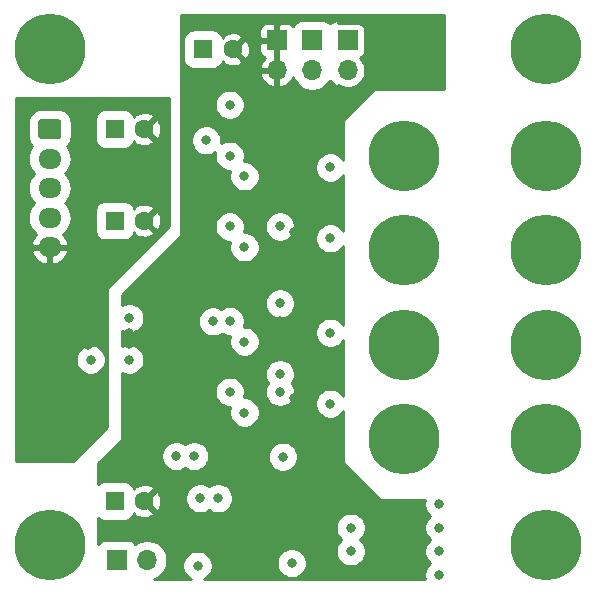
<source format=gbr>
%TF.GenerationSoftware,KiCad,Pcbnew,(5.1.6)-1*%
%TF.CreationDate,2021-10-10T19:01:51-07:00*%
%TF.ProjectId,PV Panel Monitor,50562050-616e-4656-9c20-4d6f6e69746f,rev?*%
%TF.SameCoordinates,Original*%
%TF.FileFunction,Copper,L2,Inr*%
%TF.FilePolarity,Positive*%
%FSLAX46Y46*%
G04 Gerber Fmt 4.6, Leading zero omitted, Abs format (unit mm)*
G04 Created by KiCad (PCBNEW (5.1.6)-1) date 2021-10-10 19:01:51*
%MOMM*%
%LPD*%
G01*
G04 APERTURE LIST*
%TA.AperFunction,ViaPad*%
%ADD10O,1.700000X1.700000*%
%TD*%
%TA.AperFunction,ViaPad*%
%ADD11R,1.700000X1.700000*%
%TD*%
%TA.AperFunction,ViaPad*%
%ADD12O,1.950000X1.700000*%
%TD*%
%TA.AperFunction,ViaPad*%
%ADD13C,1.600000*%
%TD*%
%TA.AperFunction,ViaPad*%
%ADD14R,1.600000X1.600000*%
%TD*%
%TA.AperFunction,ViaPad*%
%ADD15C,6.000000*%
%TD*%
%TA.AperFunction,ViaPad*%
%ADD16C,0.800000*%
%TD*%
%TA.AperFunction,Conductor*%
%ADD17C,0.400000*%
%TD*%
%TA.AperFunction,Conductor*%
%ADD18C,0.254000*%
%TD*%
G04 APERTURE END LIST*
D10*
%TO.N,+5VA*%
%TO.C,TP4*%
X62250000Y-97250000D03*
D11*
X59710000Y-97250000D03*
%TD*%
D10*
%TO.N,/SDA*%
%TO.C,TP3*%
X76250000Y-55790000D03*
D11*
X76250000Y-53250000D03*
%TD*%
D10*
%TO.N,/SCL*%
%TO.C,TP2*%
X79250000Y-55790000D03*
D11*
X79250000Y-53250000D03*
%TD*%
D10*
%TO.N,GNDA*%
%TO.C,TP1*%
X73250000Y-55790000D03*
D11*
X73250000Y-53250000D03*
%TD*%
D12*
%TO.N,GND*%
%TO.C,J1*%
X54000000Y-70750000D03*
%TO.N,Net-(J1-Pad4)*%
X54000000Y-68250000D03*
%TO.N,Net-(J1-Pad3)*%
X54000000Y-65750000D03*
%TO.N,VBUS*%
X54000000Y-63250000D03*
%TO.N,+5V*%
%TA.AperFunction,ViaPad*%
G36*
G01*
X53275000Y-59900000D02*
X54725000Y-59900000D01*
G75*
G02*
X54975000Y-60150000I0J-250000D01*
G01*
X54975000Y-61350000D01*
G75*
G02*
X54725000Y-61600000I-250000J0D01*
G01*
X53275000Y-61600000D01*
G75*
G02*
X53025000Y-61350000I0J250000D01*
G01*
X53025000Y-60150000D01*
G75*
G02*
X53275000Y-59900000I250000J0D01*
G01*
G37*
%TD.AperFunction*%
%TD*%
D13*
%TO.N,GND*%
%TO.C,C22*%
X62000000Y-68500000D03*
D14*
%TO.N,VBUS*%
X59500000Y-68500000D03*
%TD*%
D13*
%TO.N,GND*%
%TO.C,C15*%
X62000000Y-60750000D03*
D14*
%TO.N,+5V*%
X59500000Y-60750000D03*
%TD*%
D15*
%TO.N,N/C*%
%TO.C,H4*%
X54000000Y-96000000D03*
D16*
X56250000Y-96000000D03*
X55590990Y-97590990D03*
X54000000Y-98250000D03*
X52409010Y-97590990D03*
X51750000Y-96000000D03*
X52409010Y-94409010D03*
X54000000Y-93750000D03*
X55590990Y-94409010D03*
%TD*%
D15*
%TO.N,N/C*%
%TO.C,H3*%
X96000000Y-54000000D03*
D16*
X98250000Y-54000000D03*
X97590990Y-55590990D03*
X96000000Y-56250000D03*
X94409010Y-55590990D03*
X93750000Y-54000000D03*
X94409010Y-52409010D03*
X96000000Y-51750000D03*
X97590990Y-52409010D03*
%TD*%
D15*
%TO.N,N/C*%
%TO.C,H2*%
X54000000Y-54000000D03*
D16*
X56250000Y-54000000D03*
X55590990Y-55590990D03*
X54000000Y-56250000D03*
X52409010Y-55590990D03*
X51750000Y-54000000D03*
X52409010Y-52409010D03*
X54000000Y-51750000D03*
X55590990Y-52409010D03*
%TD*%
D15*
%TO.N,N/C*%
%TO.C,H1*%
X96000000Y-96000000D03*
D16*
X98250000Y-96000000D03*
X97590990Y-97590990D03*
X96000000Y-98250000D03*
X94409010Y-97590990D03*
X93750000Y-96000000D03*
X94409010Y-94409010D03*
X96000000Y-93750000D03*
X97590990Y-94409010D03*
%TD*%
%TO.N,GNDA*%
%TO.C,Gnd1*%
X85340990Y-52409010D03*
X83750000Y-51750000D03*
X82159010Y-52409010D03*
X81500000Y-54000000D03*
X82159010Y-55590990D03*
X83750000Y-56250000D03*
X85340990Y-55590990D03*
X86000000Y-54000000D03*
D15*
X83750000Y-54000000D03*
%TD*%
D13*
%TO.N,GNDA*%
%TO.C,C6*%
X62000000Y-92250000D03*
D14*
%TO.N,+5VA*%
X59500000Y-92250000D03*
%TD*%
D13*
%TO.N,GNDA*%
%TO.C,C5*%
X69500000Y-54000000D03*
D14*
%TO.N,+5VA*%
X67000000Y-54000000D03*
%TD*%
D16*
%TO.N,Net-(R4-Pad1)*%
%TO.C,S4_Lo1*%
X85590990Y-85409010D03*
X84000000Y-84750000D03*
X82409010Y-85409010D03*
X81750000Y-87000000D03*
X82409010Y-88590990D03*
X84000000Y-89250000D03*
X85590990Y-88590990D03*
X86250000Y-87000000D03*
D15*
X84000000Y-87000000D03*
%TD*%
D16*
%TO.N,Net-(R4-Pad4)*%
%TO.C,S4_Hi1*%
X97590990Y-85409010D03*
X96000000Y-84750000D03*
X94409010Y-85409010D03*
X93750000Y-87000000D03*
X94409010Y-88590990D03*
X96000000Y-89250000D03*
X97590990Y-88590990D03*
X98250000Y-87000000D03*
D15*
X96000000Y-87000000D03*
%TD*%
D16*
%TO.N,Net-(R3-Pad1)*%
%TO.C,S3_Lo1*%
X85590990Y-77409010D03*
X84000000Y-76750000D03*
X82409010Y-77409010D03*
X81750000Y-79000000D03*
X82409010Y-80590990D03*
X84000000Y-81250000D03*
X85590990Y-80590990D03*
X86250000Y-79000000D03*
D15*
X84000000Y-79000000D03*
%TD*%
D16*
%TO.N,Net-(R3-Pad4)*%
%TO.C,S3_Hi1*%
X97590990Y-77409010D03*
X96000000Y-76750000D03*
X94409010Y-77409010D03*
X93750000Y-79000000D03*
X94409010Y-80590990D03*
X96000000Y-81250000D03*
X97590990Y-80590990D03*
X98250000Y-79000000D03*
D15*
X96000000Y-79000000D03*
%TD*%
D16*
%TO.N,Net-(R2-Pad1)*%
%TO.C,S2_Lo1*%
X85590990Y-69409010D03*
X84000000Y-68750000D03*
X82409010Y-69409010D03*
X81750000Y-71000000D03*
X82409010Y-72590990D03*
X84000000Y-73250000D03*
X85590990Y-72590990D03*
X86250000Y-71000000D03*
D15*
X84000000Y-71000000D03*
%TD*%
D16*
%TO.N,Net-(R2-Pad4)*%
%TO.C,S2_Hi1*%
X97590990Y-69409010D03*
X96000000Y-68750000D03*
X94409010Y-69409010D03*
X93750000Y-71000000D03*
X94409010Y-72590990D03*
X96000000Y-73250000D03*
X97590990Y-72590990D03*
X98250000Y-71000000D03*
D15*
X96000000Y-71000000D03*
%TD*%
D16*
%TO.N,Net-(R1-Pad1)*%
%TO.C,S1_Lo1*%
X85590990Y-61409010D03*
X84000000Y-60750000D03*
X82409010Y-61409010D03*
X81750000Y-63000000D03*
X82409010Y-64590990D03*
X84000000Y-65250000D03*
X85590990Y-64590990D03*
X86250000Y-63000000D03*
D15*
X84000000Y-63000000D03*
%TD*%
D16*
%TO.N,Net-(R1-Pad4)*%
%TO.C,S1_Hi1*%
X97590990Y-61409010D03*
X96000000Y-60750000D03*
X94409010Y-61409010D03*
X93750000Y-63000000D03*
X94409010Y-64590990D03*
X96000000Y-65250000D03*
X97590990Y-64590990D03*
X98250000Y-63000000D03*
D15*
X96000000Y-63000000D03*
%TD*%
D16*
%TO.N,GND*%
X52775000Y-83500000D03*
X57250000Y-79000000D03*
X57250000Y-77675000D03*
X57250000Y-75075000D03*
X54000000Y-81750000D03*
%TO.N,Net-(R1-Pad4)*%
X87000000Y-92500000D03*
%TO.N,Net-(R2-Pad4)*%
X87000000Y-94500000D03*
%TO.N,Net-(R3-Pad4)*%
X87000000Y-96500000D03*
%TO.N,Net-(R4-Pad4)*%
X87000000Y-98500000D03*
%TO.N,Net-(C12-Pad1)*%
X74500000Y-97500000D03*
X79499990Y-96500000D03*
%TO.N,Net-(C13-Pad1)*%
X79500000Y-94500000D03*
X73750000Y-88500000D03*
%TO.N,GNDA*%
X74650000Y-63500000D03*
X73225000Y-64525000D03*
X73225000Y-78525000D03*
X73225000Y-84525000D03*
X66750000Y-84250000D03*
X71250000Y-87250000D03*
X73500000Y-77000000D03*
X74650000Y-83500000D03*
X74650000Y-77500000D03*
X73350000Y-62000000D03*
X74650000Y-69500000D03*
X67825000Y-81475000D03*
X60750000Y-75075000D03*
X60750000Y-78975000D03*
X65750000Y-82000000D03*
X62500000Y-82000000D03*
X77500000Y-93000000D03*
X76000000Y-93050000D03*
X74500000Y-93000000D03*
X73000000Y-93050000D03*
X71500000Y-93000000D03*
X60750006Y-78000000D03*
X73500000Y-67250000D03*
X65450000Y-93750000D03*
X66750000Y-93749984D03*
X68250000Y-93750000D03*
X73225000Y-70525000D03*
%TO.N,+5VA*%
X69250000Y-58700000D03*
X67250000Y-61700000D03*
X73500000Y-81500000D03*
X73500000Y-83000000D03*
X73500000Y-75500000D03*
X77750000Y-64000000D03*
X77750000Y-70000000D03*
X77750000Y-78000000D03*
X67825000Y-77025000D03*
X60750000Y-80275000D03*
X66525000Y-97725000D03*
X66750000Y-92000000D03*
X68250000Y-92000000D03*
X60750000Y-76750018D03*
X77750000Y-84000000D03*
X73500000Y-69000000D03*
%TO.N,+5V*%
X57475000Y-80275000D03*
%TO.N,/SCL*%
X70500000Y-64750000D03*
X70500000Y-70750000D03*
X70500000Y-78750000D03*
X64725000Y-88437500D03*
X70500000Y-84750000D03*
%TO.N,/SDA*%
X69250000Y-63000000D03*
X69250000Y-69000000D03*
X69250000Y-77000000D03*
X66225000Y-88437500D03*
X69250000Y-83000000D03*
%TD*%
D17*
%TO.N,GNDA*%
X60750006Y-78974994D02*
X60750000Y-78975000D01*
X60750006Y-78000000D02*
X60750006Y-78974994D01*
%TD*%
D18*
%TO.N,GNDA*%
G36*
X81370919Y-51441314D02*
G01*
X83750000Y-53820395D01*
X86129081Y-51441314D01*
X85903863Y-51127000D01*
X87373000Y-51127000D01*
X87373000Y-53701904D01*
X87335569Y-53303518D01*
X87130796Y-52617391D01*
X86796102Y-51984397D01*
X86777868Y-51957106D01*
X86308686Y-51620919D01*
X83929605Y-54000000D01*
X86308686Y-56379081D01*
X86777868Y-56042894D01*
X87118237Y-55412932D01*
X87329166Y-54728673D01*
X87373000Y-54303222D01*
X87373000Y-57373000D01*
X85147353Y-57373000D01*
X85765603Y-57046102D01*
X85792894Y-57027868D01*
X86129081Y-56558686D01*
X83750000Y-54179605D01*
X81370919Y-56558686D01*
X81707106Y-57027868D01*
X82337068Y-57368237D01*
X82352519Y-57373000D01*
X81500000Y-57373000D01*
X81475224Y-57375440D01*
X81451399Y-57382667D01*
X81429443Y-57394403D01*
X81410197Y-57410197D01*
X78910197Y-59910197D01*
X78894403Y-59929443D01*
X78882667Y-59951399D01*
X78875440Y-59975224D01*
X78873000Y-60000000D01*
X78873000Y-63382149D01*
X78741911Y-63185960D01*
X78564040Y-63008089D01*
X78354886Y-62868337D01*
X78122487Y-62772074D01*
X77875774Y-62723000D01*
X77624226Y-62723000D01*
X77377513Y-62772074D01*
X77145114Y-62868337D01*
X76935960Y-63008089D01*
X76758089Y-63185960D01*
X76618337Y-63395114D01*
X76522074Y-63627513D01*
X76473000Y-63874226D01*
X76473000Y-64125774D01*
X76522074Y-64372487D01*
X76618337Y-64604886D01*
X76758089Y-64814040D01*
X76935960Y-64991911D01*
X77145114Y-65131663D01*
X77377513Y-65227926D01*
X77624226Y-65277000D01*
X77875774Y-65277000D01*
X78122487Y-65227926D01*
X78354886Y-65131663D01*
X78564040Y-64991911D01*
X78741911Y-64814040D01*
X78873000Y-64617851D01*
X78873000Y-69382149D01*
X78741911Y-69185960D01*
X78564040Y-69008089D01*
X78354886Y-68868337D01*
X78122487Y-68772074D01*
X77875774Y-68723000D01*
X77624226Y-68723000D01*
X77377513Y-68772074D01*
X77145114Y-68868337D01*
X76935960Y-69008089D01*
X76758089Y-69185960D01*
X76618337Y-69395114D01*
X76522074Y-69627513D01*
X76473000Y-69874226D01*
X76473000Y-70125774D01*
X76522074Y-70372487D01*
X76618337Y-70604886D01*
X76758089Y-70814040D01*
X76935960Y-70991911D01*
X77145114Y-71131663D01*
X77377513Y-71227926D01*
X77624226Y-71277000D01*
X77875774Y-71277000D01*
X78122487Y-71227926D01*
X78354886Y-71131663D01*
X78564040Y-70991911D01*
X78741911Y-70814040D01*
X78873000Y-70617851D01*
X78873000Y-77382149D01*
X78741911Y-77185960D01*
X78564040Y-77008089D01*
X78354886Y-76868337D01*
X78122487Y-76772074D01*
X77875774Y-76723000D01*
X77624226Y-76723000D01*
X77377513Y-76772074D01*
X77145114Y-76868337D01*
X76935960Y-77008089D01*
X76758089Y-77185960D01*
X76618337Y-77395114D01*
X76522074Y-77627513D01*
X76473000Y-77874226D01*
X76473000Y-78125774D01*
X76522074Y-78372487D01*
X76618337Y-78604886D01*
X76758089Y-78814040D01*
X76935960Y-78991911D01*
X77145114Y-79131663D01*
X77377513Y-79227926D01*
X77624226Y-79277000D01*
X77875774Y-79277000D01*
X78122487Y-79227926D01*
X78354886Y-79131663D01*
X78564040Y-78991911D01*
X78741911Y-78814040D01*
X78873000Y-78617851D01*
X78873000Y-83382149D01*
X78741911Y-83185960D01*
X78564040Y-83008089D01*
X78354886Y-82868337D01*
X78122487Y-82772074D01*
X77875774Y-82723000D01*
X77624226Y-82723000D01*
X77377513Y-82772074D01*
X77145114Y-82868337D01*
X76935960Y-83008089D01*
X76758089Y-83185960D01*
X76618337Y-83395114D01*
X76522074Y-83627513D01*
X76473000Y-83874226D01*
X76473000Y-84125774D01*
X76522074Y-84372487D01*
X76618337Y-84604886D01*
X76758089Y-84814040D01*
X76935960Y-84991911D01*
X77145114Y-85131663D01*
X77377513Y-85227926D01*
X77624226Y-85277000D01*
X77875774Y-85277000D01*
X78122487Y-85227926D01*
X78354886Y-85131663D01*
X78564040Y-84991911D01*
X78741911Y-84814040D01*
X78873000Y-84617851D01*
X78873000Y-89000000D01*
X78875440Y-89024776D01*
X78882667Y-89048601D01*
X78894403Y-89070557D01*
X78910197Y-89089803D01*
X81910197Y-92089803D01*
X81929443Y-92105597D01*
X81951399Y-92117333D01*
X81975224Y-92124560D01*
X82000000Y-92127000D01*
X85772286Y-92127000D01*
X85772074Y-92127513D01*
X85723000Y-92374226D01*
X85723000Y-92625774D01*
X85772074Y-92872487D01*
X85868337Y-93104886D01*
X86008089Y-93314040D01*
X86185960Y-93491911D01*
X86198066Y-93500000D01*
X86185960Y-93508089D01*
X86008089Y-93685960D01*
X85868337Y-93895114D01*
X85772074Y-94127513D01*
X85723000Y-94374226D01*
X85723000Y-94625774D01*
X85772074Y-94872487D01*
X85868337Y-95104886D01*
X86008089Y-95314040D01*
X86185960Y-95491911D01*
X86198066Y-95500000D01*
X86185960Y-95508089D01*
X86008089Y-95685960D01*
X85868337Y-95895114D01*
X85772074Y-96127513D01*
X85723000Y-96374226D01*
X85723000Y-96625774D01*
X85772074Y-96872487D01*
X85868337Y-97104886D01*
X86008089Y-97314040D01*
X86185960Y-97491911D01*
X86198066Y-97500000D01*
X86185960Y-97508089D01*
X86008089Y-97685960D01*
X85868337Y-97895114D01*
X85772074Y-98127513D01*
X85723000Y-98374226D01*
X85723000Y-98625774D01*
X85772074Y-98872487D01*
X85772286Y-98873000D01*
X67090445Y-98873000D01*
X67129886Y-98856663D01*
X67339040Y-98716911D01*
X67516911Y-98539040D01*
X67656663Y-98329886D01*
X67752926Y-98097487D01*
X67802000Y-97850774D01*
X67802000Y-97599226D01*
X67757245Y-97374226D01*
X73223000Y-97374226D01*
X73223000Y-97625774D01*
X73272074Y-97872487D01*
X73368337Y-98104886D01*
X73508089Y-98314040D01*
X73685960Y-98491911D01*
X73895114Y-98631663D01*
X74127513Y-98727926D01*
X74374226Y-98777000D01*
X74625774Y-98777000D01*
X74872487Y-98727926D01*
X75104886Y-98631663D01*
X75314040Y-98491911D01*
X75491911Y-98314040D01*
X75631663Y-98104886D01*
X75727926Y-97872487D01*
X75777000Y-97625774D01*
X75777000Y-97374226D01*
X75727926Y-97127513D01*
X75631663Y-96895114D01*
X75491911Y-96685960D01*
X75314040Y-96508089D01*
X75113700Y-96374226D01*
X78222990Y-96374226D01*
X78222990Y-96625774D01*
X78272064Y-96872487D01*
X78368327Y-97104886D01*
X78508079Y-97314040D01*
X78685950Y-97491911D01*
X78895104Y-97631663D01*
X79127503Y-97727926D01*
X79374216Y-97777000D01*
X79625764Y-97777000D01*
X79872477Y-97727926D01*
X80104876Y-97631663D01*
X80314030Y-97491911D01*
X80491901Y-97314040D01*
X80631653Y-97104886D01*
X80727916Y-96872487D01*
X80776990Y-96625774D01*
X80776990Y-96374226D01*
X80727916Y-96127513D01*
X80631653Y-95895114D01*
X80491901Y-95685960D01*
X80314030Y-95508089D01*
X80301929Y-95500003D01*
X80314040Y-95491911D01*
X80491911Y-95314040D01*
X80631663Y-95104886D01*
X80727926Y-94872487D01*
X80777000Y-94625774D01*
X80777000Y-94374226D01*
X80727926Y-94127513D01*
X80631663Y-93895114D01*
X80491911Y-93685960D01*
X80314040Y-93508089D01*
X80104886Y-93368337D01*
X79872487Y-93272074D01*
X79625774Y-93223000D01*
X79374226Y-93223000D01*
X79127513Y-93272074D01*
X78895114Y-93368337D01*
X78685960Y-93508089D01*
X78508089Y-93685960D01*
X78368337Y-93895114D01*
X78272074Y-94127513D01*
X78223000Y-94374226D01*
X78223000Y-94625774D01*
X78272074Y-94872487D01*
X78368337Y-95104886D01*
X78508089Y-95314040D01*
X78685960Y-95491911D01*
X78698061Y-95499997D01*
X78685950Y-95508089D01*
X78508079Y-95685960D01*
X78368327Y-95895114D01*
X78272064Y-96127513D01*
X78222990Y-96374226D01*
X75113700Y-96374226D01*
X75104886Y-96368337D01*
X74872487Y-96272074D01*
X74625774Y-96223000D01*
X74374226Y-96223000D01*
X74127513Y-96272074D01*
X73895114Y-96368337D01*
X73685960Y-96508089D01*
X73508089Y-96685960D01*
X73368337Y-96895114D01*
X73272074Y-97127513D01*
X73223000Y-97374226D01*
X67757245Y-97374226D01*
X67752926Y-97352513D01*
X67656663Y-97120114D01*
X67516911Y-96910960D01*
X67339040Y-96733089D01*
X67129886Y-96593337D01*
X66897487Y-96497074D01*
X66650774Y-96448000D01*
X66399226Y-96448000D01*
X66152513Y-96497074D01*
X65920114Y-96593337D01*
X65710960Y-96733089D01*
X65533089Y-96910960D01*
X65393337Y-97120114D01*
X65297074Y-97352513D01*
X65248000Y-97599226D01*
X65248000Y-97850774D01*
X65297074Y-98097487D01*
X65393337Y-98329886D01*
X65533089Y-98539040D01*
X65710960Y-98716911D01*
X65920114Y-98856663D01*
X65959555Y-98873000D01*
X62844599Y-98873000D01*
X63068041Y-98780447D01*
X63350898Y-98591448D01*
X63591448Y-98350898D01*
X63780447Y-98068041D01*
X63910632Y-97753747D01*
X63977000Y-97420095D01*
X63977000Y-97079905D01*
X63910632Y-96746253D01*
X63780447Y-96431959D01*
X63591448Y-96149102D01*
X63350898Y-95908552D01*
X63068041Y-95719553D01*
X62753747Y-95589368D01*
X62420095Y-95523000D01*
X62079905Y-95523000D01*
X61746253Y-95589368D01*
X61431959Y-95719553D01*
X61240878Y-95847229D01*
X61183133Y-95776867D01*
X61049592Y-95667273D01*
X60897237Y-95585838D01*
X60731922Y-95535690D01*
X60560000Y-95518757D01*
X58860000Y-95518757D01*
X58688078Y-95535690D01*
X58522763Y-95585838D01*
X58370408Y-95667273D01*
X58236867Y-95776867D01*
X58127273Y-95910408D01*
X58127000Y-95910919D01*
X58127000Y-93714276D01*
X58210408Y-93782727D01*
X58362763Y-93864162D01*
X58528078Y-93914310D01*
X58700000Y-93931243D01*
X60300000Y-93931243D01*
X60471922Y-93914310D01*
X60637237Y-93864162D01*
X60789592Y-93782727D01*
X60923133Y-93673133D01*
X61032727Y-93539592D01*
X61114162Y-93387237D01*
X61145423Y-93284184D01*
X61186903Y-93242704D01*
X61258486Y-93486671D01*
X61513996Y-93607571D01*
X61788184Y-93676300D01*
X62070512Y-93690217D01*
X62350130Y-93648787D01*
X62616292Y-93553603D01*
X62741514Y-93486671D01*
X62813097Y-93242702D01*
X62000000Y-92429605D01*
X61985858Y-92443748D01*
X61806253Y-92264143D01*
X61820395Y-92250000D01*
X62179605Y-92250000D01*
X62992702Y-93063097D01*
X63236671Y-92991514D01*
X63357571Y-92736004D01*
X63426300Y-92461816D01*
X63440217Y-92179488D01*
X63398787Y-91899870D01*
X63389617Y-91874226D01*
X65473000Y-91874226D01*
X65473000Y-92125774D01*
X65522074Y-92372487D01*
X65618337Y-92604886D01*
X65758089Y-92814040D01*
X65935960Y-92991911D01*
X66145114Y-93131663D01*
X66377513Y-93227926D01*
X66624226Y-93277000D01*
X66875774Y-93277000D01*
X67122487Y-93227926D01*
X67354886Y-93131663D01*
X67500000Y-93034701D01*
X67645114Y-93131663D01*
X67877513Y-93227926D01*
X68124226Y-93277000D01*
X68375774Y-93277000D01*
X68622487Y-93227926D01*
X68854886Y-93131663D01*
X69064040Y-92991911D01*
X69241911Y-92814040D01*
X69381663Y-92604886D01*
X69477926Y-92372487D01*
X69527000Y-92125774D01*
X69527000Y-91874226D01*
X69477926Y-91627513D01*
X69381663Y-91395114D01*
X69241911Y-91185960D01*
X69064040Y-91008089D01*
X68854886Y-90868337D01*
X68622487Y-90772074D01*
X68375774Y-90723000D01*
X68124226Y-90723000D01*
X67877513Y-90772074D01*
X67645114Y-90868337D01*
X67500000Y-90965299D01*
X67354886Y-90868337D01*
X67122487Y-90772074D01*
X66875774Y-90723000D01*
X66624226Y-90723000D01*
X66377513Y-90772074D01*
X66145114Y-90868337D01*
X65935960Y-91008089D01*
X65758089Y-91185960D01*
X65618337Y-91395114D01*
X65522074Y-91627513D01*
X65473000Y-91874226D01*
X63389617Y-91874226D01*
X63303603Y-91633708D01*
X63236671Y-91508486D01*
X62992702Y-91436903D01*
X62179605Y-92250000D01*
X61820395Y-92250000D01*
X61806253Y-92235858D01*
X61985858Y-92056253D01*
X62000000Y-92070395D01*
X62813097Y-91257298D01*
X62741514Y-91013329D01*
X62486004Y-90892429D01*
X62211816Y-90823700D01*
X61929488Y-90809783D01*
X61649870Y-90851213D01*
X61383708Y-90946397D01*
X61258486Y-91013329D01*
X61186903Y-91257296D01*
X61145423Y-91215816D01*
X61114162Y-91112763D01*
X61032727Y-90960408D01*
X60923133Y-90826867D01*
X60789592Y-90717273D01*
X60637237Y-90635838D01*
X60471922Y-90585690D01*
X60300000Y-90568757D01*
X58700000Y-90568757D01*
X58528078Y-90585690D01*
X58362763Y-90635838D01*
X58210408Y-90717273D01*
X58127000Y-90785724D01*
X58127000Y-89052606D01*
X58867880Y-88311726D01*
X63448000Y-88311726D01*
X63448000Y-88563274D01*
X63497074Y-88809987D01*
X63593337Y-89042386D01*
X63733089Y-89251540D01*
X63910960Y-89429411D01*
X64120114Y-89569163D01*
X64352513Y-89665426D01*
X64599226Y-89714500D01*
X64850774Y-89714500D01*
X65097487Y-89665426D01*
X65329886Y-89569163D01*
X65475000Y-89472201D01*
X65620114Y-89569163D01*
X65852513Y-89665426D01*
X66099226Y-89714500D01*
X66350774Y-89714500D01*
X66597487Y-89665426D01*
X66829886Y-89569163D01*
X67039040Y-89429411D01*
X67216911Y-89251540D01*
X67356663Y-89042386D01*
X67452926Y-88809987D01*
X67502000Y-88563274D01*
X67502000Y-88374226D01*
X72473000Y-88374226D01*
X72473000Y-88625774D01*
X72522074Y-88872487D01*
X72618337Y-89104886D01*
X72758089Y-89314040D01*
X72935960Y-89491911D01*
X73145114Y-89631663D01*
X73377513Y-89727926D01*
X73624226Y-89777000D01*
X73875774Y-89777000D01*
X74122487Y-89727926D01*
X74354886Y-89631663D01*
X74564040Y-89491911D01*
X74741911Y-89314040D01*
X74881663Y-89104886D01*
X74977926Y-88872487D01*
X75027000Y-88625774D01*
X75027000Y-88374226D01*
X74977926Y-88127513D01*
X74881663Y-87895114D01*
X74741911Y-87685960D01*
X74564040Y-87508089D01*
X74354886Y-87368337D01*
X74122487Y-87272074D01*
X73875774Y-87223000D01*
X73624226Y-87223000D01*
X73377513Y-87272074D01*
X73145114Y-87368337D01*
X72935960Y-87508089D01*
X72758089Y-87685960D01*
X72618337Y-87895114D01*
X72522074Y-88127513D01*
X72473000Y-88374226D01*
X67502000Y-88374226D01*
X67502000Y-88311726D01*
X67452926Y-88065013D01*
X67356663Y-87832614D01*
X67216911Y-87623460D01*
X67039040Y-87445589D01*
X66829886Y-87305837D01*
X66597487Y-87209574D01*
X66350774Y-87160500D01*
X66099226Y-87160500D01*
X65852513Y-87209574D01*
X65620114Y-87305837D01*
X65475000Y-87402799D01*
X65329886Y-87305837D01*
X65097487Y-87209574D01*
X64850774Y-87160500D01*
X64599226Y-87160500D01*
X64352513Y-87209574D01*
X64120114Y-87305837D01*
X63910960Y-87445589D01*
X63733089Y-87623460D01*
X63593337Y-87832614D01*
X63497074Y-88065013D01*
X63448000Y-88311726D01*
X58867880Y-88311726D01*
X60089803Y-87089803D01*
X60105597Y-87070557D01*
X60117333Y-87048601D01*
X60124560Y-87024776D01*
X60127000Y-87000000D01*
X60127000Y-82874226D01*
X67973000Y-82874226D01*
X67973000Y-83125774D01*
X68022074Y-83372487D01*
X68118337Y-83604886D01*
X68258089Y-83814040D01*
X68435960Y-83991911D01*
X68645114Y-84131663D01*
X68877513Y-84227926D01*
X69124226Y-84277000D01*
X69313708Y-84277000D01*
X69272074Y-84377513D01*
X69223000Y-84624226D01*
X69223000Y-84875774D01*
X69272074Y-85122487D01*
X69368337Y-85354886D01*
X69508089Y-85564040D01*
X69685960Y-85741911D01*
X69895114Y-85881663D01*
X70127513Y-85977926D01*
X70374226Y-86027000D01*
X70625774Y-86027000D01*
X70872487Y-85977926D01*
X71104886Y-85881663D01*
X71314040Y-85741911D01*
X71491911Y-85564040D01*
X71631663Y-85354886D01*
X71727926Y-85122487D01*
X71777000Y-84875774D01*
X71777000Y-84624226D01*
X71727926Y-84377513D01*
X71631663Y-84145114D01*
X71491911Y-83935960D01*
X71314040Y-83758089D01*
X71104886Y-83618337D01*
X70872487Y-83522074D01*
X70625774Y-83473000D01*
X70436292Y-83473000D01*
X70477926Y-83372487D01*
X70527000Y-83125774D01*
X70527000Y-82874226D01*
X70477926Y-82627513D01*
X70381663Y-82395114D01*
X70241911Y-82185960D01*
X70064040Y-82008089D01*
X69854886Y-81868337D01*
X69622487Y-81772074D01*
X69375774Y-81723000D01*
X69124226Y-81723000D01*
X68877513Y-81772074D01*
X68645114Y-81868337D01*
X68435960Y-82008089D01*
X68258089Y-82185960D01*
X68118337Y-82395114D01*
X68022074Y-82627513D01*
X67973000Y-82874226D01*
X60127000Y-82874226D01*
X60127000Y-81394560D01*
X60145114Y-81406663D01*
X60377513Y-81502926D01*
X60624226Y-81552000D01*
X60875774Y-81552000D01*
X61122487Y-81502926D01*
X61354886Y-81406663D01*
X61403431Y-81374226D01*
X72223000Y-81374226D01*
X72223000Y-81625774D01*
X72272074Y-81872487D01*
X72368337Y-82104886D01*
X72465299Y-82250000D01*
X72368337Y-82395114D01*
X72272074Y-82627513D01*
X72223000Y-82874226D01*
X72223000Y-83125774D01*
X72272074Y-83372487D01*
X72368337Y-83604886D01*
X72508089Y-83814040D01*
X72685960Y-83991911D01*
X72895114Y-84131663D01*
X73127513Y-84227926D01*
X73374226Y-84277000D01*
X73625774Y-84277000D01*
X73872487Y-84227926D01*
X74104886Y-84131663D01*
X74314040Y-83991911D01*
X74491911Y-83814040D01*
X74631663Y-83604886D01*
X74727926Y-83372487D01*
X74777000Y-83125774D01*
X74777000Y-82874226D01*
X74727926Y-82627513D01*
X74631663Y-82395114D01*
X74534701Y-82250000D01*
X74631663Y-82104886D01*
X74727926Y-81872487D01*
X74777000Y-81625774D01*
X74777000Y-81374226D01*
X74727926Y-81127513D01*
X74631663Y-80895114D01*
X74491911Y-80685960D01*
X74314040Y-80508089D01*
X74104886Y-80368337D01*
X73872487Y-80272074D01*
X73625774Y-80223000D01*
X73374226Y-80223000D01*
X73127513Y-80272074D01*
X72895114Y-80368337D01*
X72685960Y-80508089D01*
X72508089Y-80685960D01*
X72368337Y-80895114D01*
X72272074Y-81127513D01*
X72223000Y-81374226D01*
X61403431Y-81374226D01*
X61564040Y-81266911D01*
X61741911Y-81089040D01*
X61881663Y-80879886D01*
X61977926Y-80647487D01*
X62027000Y-80400774D01*
X62027000Y-80149226D01*
X61977926Y-79902513D01*
X61881663Y-79670114D01*
X61741911Y-79460960D01*
X61564040Y-79283089D01*
X61354886Y-79143337D01*
X61122487Y-79047074D01*
X60875774Y-78998000D01*
X60624226Y-78998000D01*
X60377513Y-79047074D01*
X60145114Y-79143337D01*
X60127000Y-79155440D01*
X60127000Y-77869578D01*
X60145114Y-77881681D01*
X60377513Y-77977944D01*
X60624226Y-78027018D01*
X60875774Y-78027018D01*
X61122487Y-77977944D01*
X61354886Y-77881681D01*
X61564040Y-77741929D01*
X61741911Y-77564058D01*
X61881663Y-77354904D01*
X61977926Y-77122505D01*
X62022338Y-76899226D01*
X66548000Y-76899226D01*
X66548000Y-77150774D01*
X66597074Y-77397487D01*
X66693337Y-77629886D01*
X66833089Y-77839040D01*
X67010960Y-78016911D01*
X67220114Y-78156663D01*
X67452513Y-78252926D01*
X67699226Y-78302000D01*
X67950774Y-78302000D01*
X68197487Y-78252926D01*
X68429886Y-78156663D01*
X68556208Y-78072258D01*
X68645114Y-78131663D01*
X68877513Y-78227926D01*
X69124226Y-78277000D01*
X69313708Y-78277000D01*
X69272074Y-78377513D01*
X69223000Y-78624226D01*
X69223000Y-78875774D01*
X69272074Y-79122487D01*
X69368337Y-79354886D01*
X69508089Y-79564040D01*
X69685960Y-79741911D01*
X69895114Y-79881663D01*
X70127513Y-79977926D01*
X70374226Y-80027000D01*
X70625774Y-80027000D01*
X70872487Y-79977926D01*
X71104886Y-79881663D01*
X71314040Y-79741911D01*
X71491911Y-79564040D01*
X71631663Y-79354886D01*
X71727926Y-79122487D01*
X71777000Y-78875774D01*
X71777000Y-78624226D01*
X71727926Y-78377513D01*
X71631663Y-78145114D01*
X71491911Y-77935960D01*
X71314040Y-77758089D01*
X71104886Y-77618337D01*
X70872487Y-77522074D01*
X70625774Y-77473000D01*
X70436292Y-77473000D01*
X70477926Y-77372487D01*
X70527000Y-77125774D01*
X70527000Y-76874226D01*
X70477926Y-76627513D01*
X70381663Y-76395114D01*
X70241911Y-76185960D01*
X70064040Y-76008089D01*
X69854886Y-75868337D01*
X69622487Y-75772074D01*
X69375774Y-75723000D01*
X69124226Y-75723000D01*
X68877513Y-75772074D01*
X68645114Y-75868337D01*
X68518792Y-75952742D01*
X68429886Y-75893337D01*
X68197487Y-75797074D01*
X67950774Y-75748000D01*
X67699226Y-75748000D01*
X67452513Y-75797074D01*
X67220114Y-75893337D01*
X67010960Y-76033089D01*
X66833089Y-76210960D01*
X66693337Y-76420114D01*
X66597074Y-76652513D01*
X66548000Y-76899226D01*
X62022338Y-76899226D01*
X62027000Y-76875792D01*
X62027000Y-76624244D01*
X61977926Y-76377531D01*
X61881663Y-76145132D01*
X61741911Y-75935978D01*
X61564040Y-75758107D01*
X61354886Y-75618355D01*
X61122487Y-75522092D01*
X60875774Y-75473018D01*
X60624226Y-75473018D01*
X60377513Y-75522092D01*
X60145114Y-75618355D01*
X60127000Y-75630458D01*
X60127000Y-75374226D01*
X72223000Y-75374226D01*
X72223000Y-75625774D01*
X72272074Y-75872487D01*
X72368337Y-76104886D01*
X72508089Y-76314040D01*
X72685960Y-76491911D01*
X72895114Y-76631663D01*
X73127513Y-76727926D01*
X73374226Y-76777000D01*
X73625774Y-76777000D01*
X73872487Y-76727926D01*
X74104886Y-76631663D01*
X74314040Y-76491911D01*
X74491911Y-76314040D01*
X74631663Y-76104886D01*
X74727926Y-75872487D01*
X74777000Y-75625774D01*
X74777000Y-75374226D01*
X74727926Y-75127513D01*
X74631663Y-74895114D01*
X74491911Y-74685960D01*
X74314040Y-74508089D01*
X74104886Y-74368337D01*
X73872487Y-74272074D01*
X73625774Y-74223000D01*
X73374226Y-74223000D01*
X73127513Y-74272074D01*
X72895114Y-74368337D01*
X72685960Y-74508089D01*
X72508089Y-74685960D01*
X72368337Y-74895114D01*
X72272074Y-75127513D01*
X72223000Y-75374226D01*
X60127000Y-75374226D01*
X60127000Y-74802606D01*
X65089803Y-69839803D01*
X65105597Y-69820557D01*
X65117333Y-69798601D01*
X65124560Y-69774776D01*
X65127000Y-69750000D01*
X65127000Y-68874226D01*
X67973000Y-68874226D01*
X67973000Y-69125774D01*
X68022074Y-69372487D01*
X68118337Y-69604886D01*
X68258089Y-69814040D01*
X68435960Y-69991911D01*
X68645114Y-70131663D01*
X68877513Y-70227926D01*
X69124226Y-70277000D01*
X69313708Y-70277000D01*
X69272074Y-70377513D01*
X69223000Y-70624226D01*
X69223000Y-70875774D01*
X69272074Y-71122487D01*
X69368337Y-71354886D01*
X69508089Y-71564040D01*
X69685960Y-71741911D01*
X69895114Y-71881663D01*
X70127513Y-71977926D01*
X70374226Y-72027000D01*
X70625774Y-72027000D01*
X70872487Y-71977926D01*
X71104886Y-71881663D01*
X71314040Y-71741911D01*
X71491911Y-71564040D01*
X71631663Y-71354886D01*
X71727926Y-71122487D01*
X71777000Y-70875774D01*
X71777000Y-70624226D01*
X71727926Y-70377513D01*
X71631663Y-70145114D01*
X71491911Y-69935960D01*
X71314040Y-69758089D01*
X71104886Y-69618337D01*
X70872487Y-69522074D01*
X70625774Y-69473000D01*
X70436292Y-69473000D01*
X70477926Y-69372487D01*
X70527000Y-69125774D01*
X70527000Y-68874226D01*
X72223000Y-68874226D01*
X72223000Y-69125774D01*
X72272074Y-69372487D01*
X72368337Y-69604886D01*
X72508089Y-69814040D01*
X72685960Y-69991911D01*
X72895114Y-70131663D01*
X73127513Y-70227926D01*
X73374226Y-70277000D01*
X73625774Y-70277000D01*
X73872487Y-70227926D01*
X74104886Y-70131663D01*
X74314040Y-69991911D01*
X74491911Y-69814040D01*
X74631663Y-69604886D01*
X74727926Y-69372487D01*
X74777000Y-69125774D01*
X74777000Y-68874226D01*
X74727926Y-68627513D01*
X74631663Y-68395114D01*
X74491911Y-68185960D01*
X74314040Y-68008089D01*
X74104886Y-67868337D01*
X73872487Y-67772074D01*
X73625774Y-67723000D01*
X73374226Y-67723000D01*
X73127513Y-67772074D01*
X72895114Y-67868337D01*
X72685960Y-68008089D01*
X72508089Y-68185960D01*
X72368337Y-68395114D01*
X72272074Y-68627513D01*
X72223000Y-68874226D01*
X70527000Y-68874226D01*
X70477926Y-68627513D01*
X70381663Y-68395114D01*
X70241911Y-68185960D01*
X70064040Y-68008089D01*
X69854886Y-67868337D01*
X69622487Y-67772074D01*
X69375774Y-67723000D01*
X69124226Y-67723000D01*
X68877513Y-67772074D01*
X68645114Y-67868337D01*
X68435960Y-68008089D01*
X68258089Y-68185960D01*
X68118337Y-68395114D01*
X68022074Y-68627513D01*
X67973000Y-68874226D01*
X65127000Y-68874226D01*
X65127000Y-61574226D01*
X65973000Y-61574226D01*
X65973000Y-61825774D01*
X66022074Y-62072487D01*
X66118337Y-62304886D01*
X66258089Y-62514040D01*
X66435960Y-62691911D01*
X66645114Y-62831663D01*
X66877513Y-62927926D01*
X67124226Y-62977000D01*
X67375774Y-62977000D01*
X67622487Y-62927926D01*
X67854886Y-62831663D01*
X68000869Y-62734121D01*
X67973000Y-62874226D01*
X67973000Y-63125774D01*
X68022074Y-63372487D01*
X68118337Y-63604886D01*
X68258089Y-63814040D01*
X68435960Y-63991911D01*
X68645114Y-64131663D01*
X68877513Y-64227926D01*
X69124226Y-64277000D01*
X69313708Y-64277000D01*
X69272074Y-64377513D01*
X69223000Y-64624226D01*
X69223000Y-64875774D01*
X69272074Y-65122487D01*
X69368337Y-65354886D01*
X69508089Y-65564040D01*
X69685960Y-65741911D01*
X69895114Y-65881663D01*
X70127513Y-65977926D01*
X70374226Y-66027000D01*
X70625774Y-66027000D01*
X70872487Y-65977926D01*
X71104886Y-65881663D01*
X71314040Y-65741911D01*
X71491911Y-65564040D01*
X71631663Y-65354886D01*
X71727926Y-65122487D01*
X71777000Y-64875774D01*
X71777000Y-64624226D01*
X71727926Y-64377513D01*
X71631663Y-64145114D01*
X71491911Y-63935960D01*
X71314040Y-63758089D01*
X71104886Y-63618337D01*
X70872487Y-63522074D01*
X70625774Y-63473000D01*
X70436292Y-63473000D01*
X70477926Y-63372487D01*
X70527000Y-63125774D01*
X70527000Y-62874226D01*
X70477926Y-62627513D01*
X70381663Y-62395114D01*
X70241911Y-62185960D01*
X70064040Y-62008089D01*
X69854886Y-61868337D01*
X69622487Y-61772074D01*
X69375774Y-61723000D01*
X69124226Y-61723000D01*
X68877513Y-61772074D01*
X68645114Y-61868337D01*
X68499131Y-61965879D01*
X68527000Y-61825774D01*
X68527000Y-61574226D01*
X68477926Y-61327513D01*
X68381663Y-61095114D01*
X68241911Y-60885960D01*
X68064040Y-60708089D01*
X67854886Y-60568337D01*
X67622487Y-60472074D01*
X67375774Y-60423000D01*
X67124226Y-60423000D01*
X66877513Y-60472074D01*
X66645114Y-60568337D01*
X66435960Y-60708089D01*
X66258089Y-60885960D01*
X66118337Y-61095114D01*
X66022074Y-61327513D01*
X65973000Y-61574226D01*
X65127000Y-61574226D01*
X65127000Y-58574226D01*
X67973000Y-58574226D01*
X67973000Y-58825774D01*
X68022074Y-59072487D01*
X68118337Y-59304886D01*
X68258089Y-59514040D01*
X68435960Y-59691911D01*
X68645114Y-59831663D01*
X68877513Y-59927926D01*
X69124226Y-59977000D01*
X69375774Y-59977000D01*
X69622487Y-59927926D01*
X69854886Y-59831663D01*
X70064040Y-59691911D01*
X70241911Y-59514040D01*
X70381663Y-59304886D01*
X70477926Y-59072487D01*
X70527000Y-58825774D01*
X70527000Y-58574226D01*
X70477926Y-58327513D01*
X70381663Y-58095114D01*
X70241911Y-57885960D01*
X70064040Y-57708089D01*
X69854886Y-57568337D01*
X69622487Y-57472074D01*
X69375774Y-57423000D01*
X69124226Y-57423000D01*
X68877513Y-57472074D01*
X68645114Y-57568337D01*
X68435960Y-57708089D01*
X68258089Y-57885960D01*
X68118337Y-58095114D01*
X68022074Y-58327513D01*
X67973000Y-58574226D01*
X65127000Y-58574226D01*
X65127000Y-56146890D01*
X71808524Y-56146890D01*
X71853175Y-56294099D01*
X71978359Y-56556920D01*
X72152412Y-56790269D01*
X72368645Y-56985178D01*
X72618748Y-57134157D01*
X72893109Y-57231481D01*
X73123000Y-57110814D01*
X73123000Y-55917000D01*
X71929845Y-55917000D01*
X71808524Y-56146890D01*
X65127000Y-56146890D01*
X65127000Y-53200000D01*
X65318757Y-53200000D01*
X65318757Y-54800000D01*
X65335690Y-54971922D01*
X65385838Y-55137237D01*
X65467273Y-55289592D01*
X65576867Y-55423133D01*
X65710408Y-55532727D01*
X65862763Y-55614162D01*
X66028078Y-55664310D01*
X66200000Y-55681243D01*
X67800000Y-55681243D01*
X67971922Y-55664310D01*
X68137237Y-55614162D01*
X68289592Y-55532727D01*
X68423133Y-55423133D01*
X68532727Y-55289592D01*
X68614162Y-55137237D01*
X68645423Y-55034184D01*
X68686903Y-54992704D01*
X68758486Y-55236671D01*
X69013996Y-55357571D01*
X69288184Y-55426300D01*
X69570512Y-55440217D01*
X69850130Y-55398787D01*
X70116292Y-55303603D01*
X70241514Y-55236671D01*
X70313097Y-54992702D01*
X69500000Y-54179605D01*
X69485858Y-54193748D01*
X69306253Y-54014143D01*
X69320395Y-54000000D01*
X69679605Y-54000000D01*
X70492702Y-54813097D01*
X70736671Y-54741514D01*
X70857571Y-54486004D01*
X70926300Y-54211816D01*
X70931811Y-54100000D01*
X71761928Y-54100000D01*
X71774188Y-54224482D01*
X71810498Y-54344180D01*
X71869463Y-54454494D01*
X71948815Y-54551185D01*
X72045506Y-54630537D01*
X72155820Y-54689502D01*
X72236466Y-54713966D01*
X72152412Y-54789731D01*
X71978359Y-55023080D01*
X71853175Y-55285901D01*
X71808524Y-55433110D01*
X71929845Y-55663000D01*
X73123000Y-55663000D01*
X73123000Y-53377000D01*
X71923750Y-53377000D01*
X71765000Y-53535750D01*
X71761928Y-54100000D01*
X70931811Y-54100000D01*
X70940217Y-53929488D01*
X70898787Y-53649870D01*
X70803603Y-53383708D01*
X70736671Y-53258486D01*
X70492702Y-53186903D01*
X69679605Y-54000000D01*
X69320395Y-54000000D01*
X69306253Y-53985858D01*
X69485858Y-53806253D01*
X69500000Y-53820395D01*
X70313097Y-53007298D01*
X70241514Y-52763329D01*
X69986004Y-52642429D01*
X69711816Y-52573700D01*
X69429488Y-52559783D01*
X69149870Y-52601213D01*
X68883708Y-52696397D01*
X68758486Y-52763329D01*
X68686903Y-53007296D01*
X68645423Y-52965816D01*
X68614162Y-52862763D01*
X68532727Y-52710408D01*
X68423133Y-52576867D01*
X68289592Y-52467273D01*
X68163733Y-52400000D01*
X71761928Y-52400000D01*
X71765000Y-52964250D01*
X71923750Y-53123000D01*
X73123000Y-53123000D01*
X73123000Y-51923750D01*
X73377000Y-51923750D01*
X73377000Y-53123000D01*
X73397000Y-53123000D01*
X73397000Y-53377000D01*
X73377000Y-53377000D01*
X73377000Y-55663000D01*
X73397000Y-55663000D01*
X73397000Y-55917000D01*
X73377000Y-55917000D01*
X73377000Y-57110814D01*
X73606891Y-57231481D01*
X73881252Y-57134157D01*
X74131355Y-56985178D01*
X74347588Y-56790269D01*
X74521641Y-56556920D01*
X74616171Y-56358456D01*
X74719553Y-56608041D01*
X74908552Y-56890898D01*
X75149102Y-57131448D01*
X75431959Y-57320447D01*
X75746253Y-57450632D01*
X76079905Y-57517000D01*
X76420095Y-57517000D01*
X76753747Y-57450632D01*
X77068041Y-57320447D01*
X77350898Y-57131448D01*
X77591448Y-56890898D01*
X77750000Y-56653608D01*
X77908552Y-56890898D01*
X78149102Y-57131448D01*
X78431959Y-57320447D01*
X78746253Y-57450632D01*
X79079905Y-57517000D01*
X79420095Y-57517000D01*
X79753747Y-57450632D01*
X80068041Y-57320447D01*
X80350898Y-57131448D01*
X80591448Y-56890898D01*
X80780447Y-56608041D01*
X80910632Y-56293747D01*
X80930790Y-56192406D01*
X81191314Y-56379081D01*
X83570395Y-54000000D01*
X81191314Y-51620919D01*
X80815907Y-51889913D01*
X80723133Y-51776867D01*
X80589592Y-51667273D01*
X80437237Y-51585838D01*
X80271922Y-51535690D01*
X80100000Y-51518757D01*
X78400000Y-51518757D01*
X78228078Y-51535690D01*
X78062763Y-51585838D01*
X77910408Y-51667273D01*
X77776867Y-51776867D01*
X77750000Y-51809605D01*
X77723133Y-51776867D01*
X77589592Y-51667273D01*
X77437237Y-51585838D01*
X77271922Y-51535690D01*
X77100000Y-51518757D01*
X75400000Y-51518757D01*
X75228078Y-51535690D01*
X75062763Y-51585838D01*
X74910408Y-51667273D01*
X74776867Y-51776867D01*
X74667273Y-51910408D01*
X74609054Y-52019329D01*
X74551185Y-51948815D01*
X74454494Y-51869463D01*
X74344180Y-51810498D01*
X74224482Y-51774188D01*
X74100000Y-51761928D01*
X73535750Y-51765000D01*
X73377000Y-51923750D01*
X73123000Y-51923750D01*
X72964250Y-51765000D01*
X72400000Y-51761928D01*
X72275518Y-51774188D01*
X72155820Y-51810498D01*
X72045506Y-51869463D01*
X71948815Y-51948815D01*
X71869463Y-52045506D01*
X71810498Y-52155820D01*
X71774188Y-52275518D01*
X71761928Y-52400000D01*
X68163733Y-52400000D01*
X68137237Y-52385838D01*
X67971922Y-52335690D01*
X67800000Y-52318757D01*
X66200000Y-52318757D01*
X66028078Y-52335690D01*
X65862763Y-52385838D01*
X65710408Y-52467273D01*
X65576867Y-52576867D01*
X65467273Y-52710408D01*
X65385838Y-52862763D01*
X65335690Y-53028078D01*
X65318757Y-53200000D01*
X65127000Y-53200000D01*
X65127000Y-51127000D01*
X81596137Y-51127000D01*
X81370919Y-51441314D01*
G37*
X81370919Y-51441314D02*
X83750000Y-53820395D01*
X86129081Y-51441314D01*
X85903863Y-51127000D01*
X87373000Y-51127000D01*
X87373000Y-53701904D01*
X87335569Y-53303518D01*
X87130796Y-52617391D01*
X86796102Y-51984397D01*
X86777868Y-51957106D01*
X86308686Y-51620919D01*
X83929605Y-54000000D01*
X86308686Y-56379081D01*
X86777868Y-56042894D01*
X87118237Y-55412932D01*
X87329166Y-54728673D01*
X87373000Y-54303222D01*
X87373000Y-57373000D01*
X85147353Y-57373000D01*
X85765603Y-57046102D01*
X85792894Y-57027868D01*
X86129081Y-56558686D01*
X83750000Y-54179605D01*
X81370919Y-56558686D01*
X81707106Y-57027868D01*
X82337068Y-57368237D01*
X82352519Y-57373000D01*
X81500000Y-57373000D01*
X81475224Y-57375440D01*
X81451399Y-57382667D01*
X81429443Y-57394403D01*
X81410197Y-57410197D01*
X78910197Y-59910197D01*
X78894403Y-59929443D01*
X78882667Y-59951399D01*
X78875440Y-59975224D01*
X78873000Y-60000000D01*
X78873000Y-63382149D01*
X78741911Y-63185960D01*
X78564040Y-63008089D01*
X78354886Y-62868337D01*
X78122487Y-62772074D01*
X77875774Y-62723000D01*
X77624226Y-62723000D01*
X77377513Y-62772074D01*
X77145114Y-62868337D01*
X76935960Y-63008089D01*
X76758089Y-63185960D01*
X76618337Y-63395114D01*
X76522074Y-63627513D01*
X76473000Y-63874226D01*
X76473000Y-64125774D01*
X76522074Y-64372487D01*
X76618337Y-64604886D01*
X76758089Y-64814040D01*
X76935960Y-64991911D01*
X77145114Y-65131663D01*
X77377513Y-65227926D01*
X77624226Y-65277000D01*
X77875774Y-65277000D01*
X78122487Y-65227926D01*
X78354886Y-65131663D01*
X78564040Y-64991911D01*
X78741911Y-64814040D01*
X78873000Y-64617851D01*
X78873000Y-69382149D01*
X78741911Y-69185960D01*
X78564040Y-69008089D01*
X78354886Y-68868337D01*
X78122487Y-68772074D01*
X77875774Y-68723000D01*
X77624226Y-68723000D01*
X77377513Y-68772074D01*
X77145114Y-68868337D01*
X76935960Y-69008089D01*
X76758089Y-69185960D01*
X76618337Y-69395114D01*
X76522074Y-69627513D01*
X76473000Y-69874226D01*
X76473000Y-70125774D01*
X76522074Y-70372487D01*
X76618337Y-70604886D01*
X76758089Y-70814040D01*
X76935960Y-70991911D01*
X77145114Y-71131663D01*
X77377513Y-71227926D01*
X77624226Y-71277000D01*
X77875774Y-71277000D01*
X78122487Y-71227926D01*
X78354886Y-71131663D01*
X78564040Y-70991911D01*
X78741911Y-70814040D01*
X78873000Y-70617851D01*
X78873000Y-77382149D01*
X78741911Y-77185960D01*
X78564040Y-77008089D01*
X78354886Y-76868337D01*
X78122487Y-76772074D01*
X77875774Y-76723000D01*
X77624226Y-76723000D01*
X77377513Y-76772074D01*
X77145114Y-76868337D01*
X76935960Y-77008089D01*
X76758089Y-77185960D01*
X76618337Y-77395114D01*
X76522074Y-77627513D01*
X76473000Y-77874226D01*
X76473000Y-78125774D01*
X76522074Y-78372487D01*
X76618337Y-78604886D01*
X76758089Y-78814040D01*
X76935960Y-78991911D01*
X77145114Y-79131663D01*
X77377513Y-79227926D01*
X77624226Y-79277000D01*
X77875774Y-79277000D01*
X78122487Y-79227926D01*
X78354886Y-79131663D01*
X78564040Y-78991911D01*
X78741911Y-78814040D01*
X78873000Y-78617851D01*
X78873000Y-83382149D01*
X78741911Y-83185960D01*
X78564040Y-83008089D01*
X78354886Y-82868337D01*
X78122487Y-82772074D01*
X77875774Y-82723000D01*
X77624226Y-82723000D01*
X77377513Y-82772074D01*
X77145114Y-82868337D01*
X76935960Y-83008089D01*
X76758089Y-83185960D01*
X76618337Y-83395114D01*
X76522074Y-83627513D01*
X76473000Y-83874226D01*
X76473000Y-84125774D01*
X76522074Y-84372487D01*
X76618337Y-84604886D01*
X76758089Y-84814040D01*
X76935960Y-84991911D01*
X77145114Y-85131663D01*
X77377513Y-85227926D01*
X77624226Y-85277000D01*
X77875774Y-85277000D01*
X78122487Y-85227926D01*
X78354886Y-85131663D01*
X78564040Y-84991911D01*
X78741911Y-84814040D01*
X78873000Y-84617851D01*
X78873000Y-89000000D01*
X78875440Y-89024776D01*
X78882667Y-89048601D01*
X78894403Y-89070557D01*
X78910197Y-89089803D01*
X81910197Y-92089803D01*
X81929443Y-92105597D01*
X81951399Y-92117333D01*
X81975224Y-92124560D01*
X82000000Y-92127000D01*
X85772286Y-92127000D01*
X85772074Y-92127513D01*
X85723000Y-92374226D01*
X85723000Y-92625774D01*
X85772074Y-92872487D01*
X85868337Y-93104886D01*
X86008089Y-93314040D01*
X86185960Y-93491911D01*
X86198066Y-93500000D01*
X86185960Y-93508089D01*
X86008089Y-93685960D01*
X85868337Y-93895114D01*
X85772074Y-94127513D01*
X85723000Y-94374226D01*
X85723000Y-94625774D01*
X85772074Y-94872487D01*
X85868337Y-95104886D01*
X86008089Y-95314040D01*
X86185960Y-95491911D01*
X86198066Y-95500000D01*
X86185960Y-95508089D01*
X86008089Y-95685960D01*
X85868337Y-95895114D01*
X85772074Y-96127513D01*
X85723000Y-96374226D01*
X85723000Y-96625774D01*
X85772074Y-96872487D01*
X85868337Y-97104886D01*
X86008089Y-97314040D01*
X86185960Y-97491911D01*
X86198066Y-97500000D01*
X86185960Y-97508089D01*
X86008089Y-97685960D01*
X85868337Y-97895114D01*
X85772074Y-98127513D01*
X85723000Y-98374226D01*
X85723000Y-98625774D01*
X85772074Y-98872487D01*
X85772286Y-98873000D01*
X67090445Y-98873000D01*
X67129886Y-98856663D01*
X67339040Y-98716911D01*
X67516911Y-98539040D01*
X67656663Y-98329886D01*
X67752926Y-98097487D01*
X67802000Y-97850774D01*
X67802000Y-97599226D01*
X67757245Y-97374226D01*
X73223000Y-97374226D01*
X73223000Y-97625774D01*
X73272074Y-97872487D01*
X73368337Y-98104886D01*
X73508089Y-98314040D01*
X73685960Y-98491911D01*
X73895114Y-98631663D01*
X74127513Y-98727926D01*
X74374226Y-98777000D01*
X74625774Y-98777000D01*
X74872487Y-98727926D01*
X75104886Y-98631663D01*
X75314040Y-98491911D01*
X75491911Y-98314040D01*
X75631663Y-98104886D01*
X75727926Y-97872487D01*
X75777000Y-97625774D01*
X75777000Y-97374226D01*
X75727926Y-97127513D01*
X75631663Y-96895114D01*
X75491911Y-96685960D01*
X75314040Y-96508089D01*
X75113700Y-96374226D01*
X78222990Y-96374226D01*
X78222990Y-96625774D01*
X78272064Y-96872487D01*
X78368327Y-97104886D01*
X78508079Y-97314040D01*
X78685950Y-97491911D01*
X78895104Y-97631663D01*
X79127503Y-97727926D01*
X79374216Y-97777000D01*
X79625764Y-97777000D01*
X79872477Y-97727926D01*
X80104876Y-97631663D01*
X80314030Y-97491911D01*
X80491901Y-97314040D01*
X80631653Y-97104886D01*
X80727916Y-96872487D01*
X80776990Y-96625774D01*
X80776990Y-96374226D01*
X80727916Y-96127513D01*
X80631653Y-95895114D01*
X80491901Y-95685960D01*
X80314030Y-95508089D01*
X80301929Y-95500003D01*
X80314040Y-95491911D01*
X80491911Y-95314040D01*
X80631663Y-95104886D01*
X80727926Y-94872487D01*
X80777000Y-94625774D01*
X80777000Y-94374226D01*
X80727926Y-94127513D01*
X80631663Y-93895114D01*
X80491911Y-93685960D01*
X80314040Y-93508089D01*
X80104886Y-93368337D01*
X79872487Y-93272074D01*
X79625774Y-93223000D01*
X79374226Y-93223000D01*
X79127513Y-93272074D01*
X78895114Y-93368337D01*
X78685960Y-93508089D01*
X78508089Y-93685960D01*
X78368337Y-93895114D01*
X78272074Y-94127513D01*
X78223000Y-94374226D01*
X78223000Y-94625774D01*
X78272074Y-94872487D01*
X78368337Y-95104886D01*
X78508089Y-95314040D01*
X78685960Y-95491911D01*
X78698061Y-95499997D01*
X78685950Y-95508089D01*
X78508079Y-95685960D01*
X78368327Y-95895114D01*
X78272064Y-96127513D01*
X78222990Y-96374226D01*
X75113700Y-96374226D01*
X75104886Y-96368337D01*
X74872487Y-96272074D01*
X74625774Y-96223000D01*
X74374226Y-96223000D01*
X74127513Y-96272074D01*
X73895114Y-96368337D01*
X73685960Y-96508089D01*
X73508089Y-96685960D01*
X73368337Y-96895114D01*
X73272074Y-97127513D01*
X73223000Y-97374226D01*
X67757245Y-97374226D01*
X67752926Y-97352513D01*
X67656663Y-97120114D01*
X67516911Y-96910960D01*
X67339040Y-96733089D01*
X67129886Y-96593337D01*
X66897487Y-96497074D01*
X66650774Y-96448000D01*
X66399226Y-96448000D01*
X66152513Y-96497074D01*
X65920114Y-96593337D01*
X65710960Y-96733089D01*
X65533089Y-96910960D01*
X65393337Y-97120114D01*
X65297074Y-97352513D01*
X65248000Y-97599226D01*
X65248000Y-97850774D01*
X65297074Y-98097487D01*
X65393337Y-98329886D01*
X65533089Y-98539040D01*
X65710960Y-98716911D01*
X65920114Y-98856663D01*
X65959555Y-98873000D01*
X62844599Y-98873000D01*
X63068041Y-98780447D01*
X63350898Y-98591448D01*
X63591448Y-98350898D01*
X63780447Y-98068041D01*
X63910632Y-97753747D01*
X63977000Y-97420095D01*
X63977000Y-97079905D01*
X63910632Y-96746253D01*
X63780447Y-96431959D01*
X63591448Y-96149102D01*
X63350898Y-95908552D01*
X63068041Y-95719553D01*
X62753747Y-95589368D01*
X62420095Y-95523000D01*
X62079905Y-95523000D01*
X61746253Y-95589368D01*
X61431959Y-95719553D01*
X61240878Y-95847229D01*
X61183133Y-95776867D01*
X61049592Y-95667273D01*
X60897237Y-95585838D01*
X60731922Y-95535690D01*
X60560000Y-95518757D01*
X58860000Y-95518757D01*
X58688078Y-95535690D01*
X58522763Y-95585838D01*
X58370408Y-95667273D01*
X58236867Y-95776867D01*
X58127273Y-95910408D01*
X58127000Y-95910919D01*
X58127000Y-93714276D01*
X58210408Y-93782727D01*
X58362763Y-93864162D01*
X58528078Y-93914310D01*
X58700000Y-93931243D01*
X60300000Y-93931243D01*
X60471922Y-93914310D01*
X60637237Y-93864162D01*
X60789592Y-93782727D01*
X60923133Y-93673133D01*
X61032727Y-93539592D01*
X61114162Y-93387237D01*
X61145423Y-93284184D01*
X61186903Y-93242704D01*
X61258486Y-93486671D01*
X61513996Y-93607571D01*
X61788184Y-93676300D01*
X62070512Y-93690217D01*
X62350130Y-93648787D01*
X62616292Y-93553603D01*
X62741514Y-93486671D01*
X62813097Y-93242702D01*
X62000000Y-92429605D01*
X61985858Y-92443748D01*
X61806253Y-92264143D01*
X61820395Y-92250000D01*
X62179605Y-92250000D01*
X62992702Y-93063097D01*
X63236671Y-92991514D01*
X63357571Y-92736004D01*
X63426300Y-92461816D01*
X63440217Y-92179488D01*
X63398787Y-91899870D01*
X63389617Y-91874226D01*
X65473000Y-91874226D01*
X65473000Y-92125774D01*
X65522074Y-92372487D01*
X65618337Y-92604886D01*
X65758089Y-92814040D01*
X65935960Y-92991911D01*
X66145114Y-93131663D01*
X66377513Y-93227926D01*
X66624226Y-93277000D01*
X66875774Y-93277000D01*
X67122487Y-93227926D01*
X67354886Y-93131663D01*
X67500000Y-93034701D01*
X67645114Y-93131663D01*
X67877513Y-93227926D01*
X68124226Y-93277000D01*
X68375774Y-93277000D01*
X68622487Y-93227926D01*
X68854886Y-93131663D01*
X69064040Y-92991911D01*
X69241911Y-92814040D01*
X69381663Y-92604886D01*
X69477926Y-92372487D01*
X69527000Y-92125774D01*
X69527000Y-91874226D01*
X69477926Y-91627513D01*
X69381663Y-91395114D01*
X69241911Y-91185960D01*
X69064040Y-91008089D01*
X68854886Y-90868337D01*
X68622487Y-90772074D01*
X68375774Y-90723000D01*
X68124226Y-90723000D01*
X67877513Y-90772074D01*
X67645114Y-90868337D01*
X67500000Y-90965299D01*
X67354886Y-90868337D01*
X67122487Y-90772074D01*
X66875774Y-90723000D01*
X66624226Y-90723000D01*
X66377513Y-90772074D01*
X66145114Y-90868337D01*
X65935960Y-91008089D01*
X65758089Y-91185960D01*
X65618337Y-91395114D01*
X65522074Y-91627513D01*
X65473000Y-91874226D01*
X63389617Y-91874226D01*
X63303603Y-91633708D01*
X63236671Y-91508486D01*
X62992702Y-91436903D01*
X62179605Y-92250000D01*
X61820395Y-92250000D01*
X61806253Y-92235858D01*
X61985858Y-92056253D01*
X62000000Y-92070395D01*
X62813097Y-91257298D01*
X62741514Y-91013329D01*
X62486004Y-90892429D01*
X62211816Y-90823700D01*
X61929488Y-90809783D01*
X61649870Y-90851213D01*
X61383708Y-90946397D01*
X61258486Y-91013329D01*
X61186903Y-91257296D01*
X61145423Y-91215816D01*
X61114162Y-91112763D01*
X61032727Y-90960408D01*
X60923133Y-90826867D01*
X60789592Y-90717273D01*
X60637237Y-90635838D01*
X60471922Y-90585690D01*
X60300000Y-90568757D01*
X58700000Y-90568757D01*
X58528078Y-90585690D01*
X58362763Y-90635838D01*
X58210408Y-90717273D01*
X58127000Y-90785724D01*
X58127000Y-89052606D01*
X58867880Y-88311726D01*
X63448000Y-88311726D01*
X63448000Y-88563274D01*
X63497074Y-88809987D01*
X63593337Y-89042386D01*
X63733089Y-89251540D01*
X63910960Y-89429411D01*
X64120114Y-89569163D01*
X64352513Y-89665426D01*
X64599226Y-89714500D01*
X64850774Y-89714500D01*
X65097487Y-89665426D01*
X65329886Y-89569163D01*
X65475000Y-89472201D01*
X65620114Y-89569163D01*
X65852513Y-89665426D01*
X66099226Y-89714500D01*
X66350774Y-89714500D01*
X66597487Y-89665426D01*
X66829886Y-89569163D01*
X67039040Y-89429411D01*
X67216911Y-89251540D01*
X67356663Y-89042386D01*
X67452926Y-88809987D01*
X67502000Y-88563274D01*
X67502000Y-88374226D01*
X72473000Y-88374226D01*
X72473000Y-88625774D01*
X72522074Y-88872487D01*
X72618337Y-89104886D01*
X72758089Y-89314040D01*
X72935960Y-89491911D01*
X73145114Y-89631663D01*
X73377513Y-89727926D01*
X73624226Y-89777000D01*
X73875774Y-89777000D01*
X74122487Y-89727926D01*
X74354886Y-89631663D01*
X74564040Y-89491911D01*
X74741911Y-89314040D01*
X74881663Y-89104886D01*
X74977926Y-88872487D01*
X75027000Y-88625774D01*
X75027000Y-88374226D01*
X74977926Y-88127513D01*
X74881663Y-87895114D01*
X74741911Y-87685960D01*
X74564040Y-87508089D01*
X74354886Y-87368337D01*
X74122487Y-87272074D01*
X73875774Y-87223000D01*
X73624226Y-87223000D01*
X73377513Y-87272074D01*
X73145114Y-87368337D01*
X72935960Y-87508089D01*
X72758089Y-87685960D01*
X72618337Y-87895114D01*
X72522074Y-88127513D01*
X72473000Y-88374226D01*
X67502000Y-88374226D01*
X67502000Y-88311726D01*
X67452926Y-88065013D01*
X67356663Y-87832614D01*
X67216911Y-87623460D01*
X67039040Y-87445589D01*
X66829886Y-87305837D01*
X66597487Y-87209574D01*
X66350774Y-87160500D01*
X66099226Y-87160500D01*
X65852513Y-87209574D01*
X65620114Y-87305837D01*
X65475000Y-87402799D01*
X65329886Y-87305837D01*
X65097487Y-87209574D01*
X64850774Y-87160500D01*
X64599226Y-87160500D01*
X64352513Y-87209574D01*
X64120114Y-87305837D01*
X63910960Y-87445589D01*
X63733089Y-87623460D01*
X63593337Y-87832614D01*
X63497074Y-88065013D01*
X63448000Y-88311726D01*
X58867880Y-88311726D01*
X60089803Y-87089803D01*
X60105597Y-87070557D01*
X60117333Y-87048601D01*
X60124560Y-87024776D01*
X60127000Y-87000000D01*
X60127000Y-82874226D01*
X67973000Y-82874226D01*
X67973000Y-83125774D01*
X68022074Y-83372487D01*
X68118337Y-83604886D01*
X68258089Y-83814040D01*
X68435960Y-83991911D01*
X68645114Y-84131663D01*
X68877513Y-84227926D01*
X69124226Y-84277000D01*
X69313708Y-84277000D01*
X69272074Y-84377513D01*
X69223000Y-84624226D01*
X69223000Y-84875774D01*
X69272074Y-85122487D01*
X69368337Y-85354886D01*
X69508089Y-85564040D01*
X69685960Y-85741911D01*
X69895114Y-85881663D01*
X70127513Y-85977926D01*
X70374226Y-86027000D01*
X70625774Y-86027000D01*
X70872487Y-85977926D01*
X71104886Y-85881663D01*
X71314040Y-85741911D01*
X71491911Y-85564040D01*
X71631663Y-85354886D01*
X71727926Y-85122487D01*
X71777000Y-84875774D01*
X71777000Y-84624226D01*
X71727926Y-84377513D01*
X71631663Y-84145114D01*
X71491911Y-83935960D01*
X71314040Y-83758089D01*
X71104886Y-83618337D01*
X70872487Y-83522074D01*
X70625774Y-83473000D01*
X70436292Y-83473000D01*
X70477926Y-83372487D01*
X70527000Y-83125774D01*
X70527000Y-82874226D01*
X70477926Y-82627513D01*
X70381663Y-82395114D01*
X70241911Y-82185960D01*
X70064040Y-82008089D01*
X69854886Y-81868337D01*
X69622487Y-81772074D01*
X69375774Y-81723000D01*
X69124226Y-81723000D01*
X68877513Y-81772074D01*
X68645114Y-81868337D01*
X68435960Y-82008089D01*
X68258089Y-82185960D01*
X68118337Y-82395114D01*
X68022074Y-82627513D01*
X67973000Y-82874226D01*
X60127000Y-82874226D01*
X60127000Y-81394560D01*
X60145114Y-81406663D01*
X60377513Y-81502926D01*
X60624226Y-81552000D01*
X60875774Y-81552000D01*
X61122487Y-81502926D01*
X61354886Y-81406663D01*
X61403431Y-81374226D01*
X72223000Y-81374226D01*
X72223000Y-81625774D01*
X72272074Y-81872487D01*
X72368337Y-82104886D01*
X72465299Y-82250000D01*
X72368337Y-82395114D01*
X72272074Y-82627513D01*
X72223000Y-82874226D01*
X72223000Y-83125774D01*
X72272074Y-83372487D01*
X72368337Y-83604886D01*
X72508089Y-83814040D01*
X72685960Y-83991911D01*
X72895114Y-84131663D01*
X73127513Y-84227926D01*
X73374226Y-84277000D01*
X73625774Y-84277000D01*
X73872487Y-84227926D01*
X74104886Y-84131663D01*
X74314040Y-83991911D01*
X74491911Y-83814040D01*
X74631663Y-83604886D01*
X74727926Y-83372487D01*
X74777000Y-83125774D01*
X74777000Y-82874226D01*
X74727926Y-82627513D01*
X74631663Y-82395114D01*
X74534701Y-82250000D01*
X74631663Y-82104886D01*
X74727926Y-81872487D01*
X74777000Y-81625774D01*
X74777000Y-81374226D01*
X74727926Y-81127513D01*
X74631663Y-80895114D01*
X74491911Y-80685960D01*
X74314040Y-80508089D01*
X74104886Y-80368337D01*
X73872487Y-80272074D01*
X73625774Y-80223000D01*
X73374226Y-80223000D01*
X73127513Y-80272074D01*
X72895114Y-80368337D01*
X72685960Y-80508089D01*
X72508089Y-80685960D01*
X72368337Y-80895114D01*
X72272074Y-81127513D01*
X72223000Y-81374226D01*
X61403431Y-81374226D01*
X61564040Y-81266911D01*
X61741911Y-81089040D01*
X61881663Y-80879886D01*
X61977926Y-80647487D01*
X62027000Y-80400774D01*
X62027000Y-80149226D01*
X61977926Y-79902513D01*
X61881663Y-79670114D01*
X61741911Y-79460960D01*
X61564040Y-79283089D01*
X61354886Y-79143337D01*
X61122487Y-79047074D01*
X60875774Y-78998000D01*
X60624226Y-78998000D01*
X60377513Y-79047074D01*
X60145114Y-79143337D01*
X60127000Y-79155440D01*
X60127000Y-77869578D01*
X60145114Y-77881681D01*
X60377513Y-77977944D01*
X60624226Y-78027018D01*
X60875774Y-78027018D01*
X61122487Y-77977944D01*
X61354886Y-77881681D01*
X61564040Y-77741929D01*
X61741911Y-77564058D01*
X61881663Y-77354904D01*
X61977926Y-77122505D01*
X62022338Y-76899226D01*
X66548000Y-76899226D01*
X66548000Y-77150774D01*
X66597074Y-77397487D01*
X66693337Y-77629886D01*
X66833089Y-77839040D01*
X67010960Y-78016911D01*
X67220114Y-78156663D01*
X67452513Y-78252926D01*
X67699226Y-78302000D01*
X67950774Y-78302000D01*
X68197487Y-78252926D01*
X68429886Y-78156663D01*
X68556208Y-78072258D01*
X68645114Y-78131663D01*
X68877513Y-78227926D01*
X69124226Y-78277000D01*
X69313708Y-78277000D01*
X69272074Y-78377513D01*
X69223000Y-78624226D01*
X69223000Y-78875774D01*
X69272074Y-79122487D01*
X69368337Y-79354886D01*
X69508089Y-79564040D01*
X69685960Y-79741911D01*
X69895114Y-79881663D01*
X70127513Y-79977926D01*
X70374226Y-80027000D01*
X70625774Y-80027000D01*
X70872487Y-79977926D01*
X71104886Y-79881663D01*
X71314040Y-79741911D01*
X71491911Y-79564040D01*
X71631663Y-79354886D01*
X71727926Y-79122487D01*
X71777000Y-78875774D01*
X71777000Y-78624226D01*
X71727926Y-78377513D01*
X71631663Y-78145114D01*
X71491911Y-77935960D01*
X71314040Y-77758089D01*
X71104886Y-77618337D01*
X70872487Y-77522074D01*
X70625774Y-77473000D01*
X70436292Y-77473000D01*
X70477926Y-77372487D01*
X70527000Y-77125774D01*
X70527000Y-76874226D01*
X70477926Y-76627513D01*
X70381663Y-76395114D01*
X70241911Y-76185960D01*
X70064040Y-76008089D01*
X69854886Y-75868337D01*
X69622487Y-75772074D01*
X69375774Y-75723000D01*
X69124226Y-75723000D01*
X68877513Y-75772074D01*
X68645114Y-75868337D01*
X68518792Y-75952742D01*
X68429886Y-75893337D01*
X68197487Y-75797074D01*
X67950774Y-75748000D01*
X67699226Y-75748000D01*
X67452513Y-75797074D01*
X67220114Y-75893337D01*
X67010960Y-76033089D01*
X66833089Y-76210960D01*
X66693337Y-76420114D01*
X66597074Y-76652513D01*
X66548000Y-76899226D01*
X62022338Y-76899226D01*
X62027000Y-76875792D01*
X62027000Y-76624244D01*
X61977926Y-76377531D01*
X61881663Y-76145132D01*
X61741911Y-75935978D01*
X61564040Y-75758107D01*
X61354886Y-75618355D01*
X61122487Y-75522092D01*
X60875774Y-75473018D01*
X60624226Y-75473018D01*
X60377513Y-75522092D01*
X60145114Y-75618355D01*
X60127000Y-75630458D01*
X60127000Y-75374226D01*
X72223000Y-75374226D01*
X72223000Y-75625774D01*
X72272074Y-75872487D01*
X72368337Y-76104886D01*
X72508089Y-76314040D01*
X72685960Y-76491911D01*
X72895114Y-76631663D01*
X73127513Y-76727926D01*
X73374226Y-76777000D01*
X73625774Y-76777000D01*
X73872487Y-76727926D01*
X74104886Y-76631663D01*
X74314040Y-76491911D01*
X74491911Y-76314040D01*
X74631663Y-76104886D01*
X74727926Y-75872487D01*
X74777000Y-75625774D01*
X74777000Y-75374226D01*
X74727926Y-75127513D01*
X74631663Y-74895114D01*
X74491911Y-74685960D01*
X74314040Y-74508089D01*
X74104886Y-74368337D01*
X73872487Y-74272074D01*
X73625774Y-74223000D01*
X73374226Y-74223000D01*
X73127513Y-74272074D01*
X72895114Y-74368337D01*
X72685960Y-74508089D01*
X72508089Y-74685960D01*
X72368337Y-74895114D01*
X72272074Y-75127513D01*
X72223000Y-75374226D01*
X60127000Y-75374226D01*
X60127000Y-74802606D01*
X65089803Y-69839803D01*
X65105597Y-69820557D01*
X65117333Y-69798601D01*
X65124560Y-69774776D01*
X65127000Y-69750000D01*
X65127000Y-68874226D01*
X67973000Y-68874226D01*
X67973000Y-69125774D01*
X68022074Y-69372487D01*
X68118337Y-69604886D01*
X68258089Y-69814040D01*
X68435960Y-69991911D01*
X68645114Y-70131663D01*
X68877513Y-70227926D01*
X69124226Y-70277000D01*
X69313708Y-70277000D01*
X69272074Y-70377513D01*
X69223000Y-70624226D01*
X69223000Y-70875774D01*
X69272074Y-71122487D01*
X69368337Y-71354886D01*
X69508089Y-71564040D01*
X69685960Y-71741911D01*
X69895114Y-71881663D01*
X70127513Y-71977926D01*
X70374226Y-72027000D01*
X70625774Y-72027000D01*
X70872487Y-71977926D01*
X71104886Y-71881663D01*
X71314040Y-71741911D01*
X71491911Y-71564040D01*
X71631663Y-71354886D01*
X71727926Y-71122487D01*
X71777000Y-70875774D01*
X71777000Y-70624226D01*
X71727926Y-70377513D01*
X71631663Y-70145114D01*
X71491911Y-69935960D01*
X71314040Y-69758089D01*
X71104886Y-69618337D01*
X70872487Y-69522074D01*
X70625774Y-69473000D01*
X70436292Y-69473000D01*
X70477926Y-69372487D01*
X70527000Y-69125774D01*
X70527000Y-68874226D01*
X72223000Y-68874226D01*
X72223000Y-69125774D01*
X72272074Y-69372487D01*
X72368337Y-69604886D01*
X72508089Y-69814040D01*
X72685960Y-69991911D01*
X72895114Y-70131663D01*
X73127513Y-70227926D01*
X73374226Y-70277000D01*
X73625774Y-70277000D01*
X73872487Y-70227926D01*
X74104886Y-70131663D01*
X74314040Y-69991911D01*
X74491911Y-69814040D01*
X74631663Y-69604886D01*
X74727926Y-69372487D01*
X74777000Y-69125774D01*
X74777000Y-68874226D01*
X74727926Y-68627513D01*
X74631663Y-68395114D01*
X74491911Y-68185960D01*
X74314040Y-68008089D01*
X74104886Y-67868337D01*
X73872487Y-67772074D01*
X73625774Y-67723000D01*
X73374226Y-67723000D01*
X73127513Y-67772074D01*
X72895114Y-67868337D01*
X72685960Y-68008089D01*
X72508089Y-68185960D01*
X72368337Y-68395114D01*
X72272074Y-68627513D01*
X72223000Y-68874226D01*
X70527000Y-68874226D01*
X70477926Y-68627513D01*
X70381663Y-68395114D01*
X70241911Y-68185960D01*
X70064040Y-68008089D01*
X69854886Y-67868337D01*
X69622487Y-67772074D01*
X69375774Y-67723000D01*
X69124226Y-67723000D01*
X68877513Y-67772074D01*
X68645114Y-67868337D01*
X68435960Y-68008089D01*
X68258089Y-68185960D01*
X68118337Y-68395114D01*
X68022074Y-68627513D01*
X67973000Y-68874226D01*
X65127000Y-68874226D01*
X65127000Y-61574226D01*
X65973000Y-61574226D01*
X65973000Y-61825774D01*
X66022074Y-62072487D01*
X66118337Y-62304886D01*
X66258089Y-62514040D01*
X66435960Y-62691911D01*
X66645114Y-62831663D01*
X66877513Y-62927926D01*
X67124226Y-62977000D01*
X67375774Y-62977000D01*
X67622487Y-62927926D01*
X67854886Y-62831663D01*
X68000869Y-62734121D01*
X67973000Y-62874226D01*
X67973000Y-63125774D01*
X68022074Y-63372487D01*
X68118337Y-63604886D01*
X68258089Y-63814040D01*
X68435960Y-63991911D01*
X68645114Y-64131663D01*
X68877513Y-64227926D01*
X69124226Y-64277000D01*
X69313708Y-64277000D01*
X69272074Y-64377513D01*
X69223000Y-64624226D01*
X69223000Y-64875774D01*
X69272074Y-65122487D01*
X69368337Y-65354886D01*
X69508089Y-65564040D01*
X69685960Y-65741911D01*
X69895114Y-65881663D01*
X70127513Y-65977926D01*
X70374226Y-66027000D01*
X70625774Y-66027000D01*
X70872487Y-65977926D01*
X71104886Y-65881663D01*
X71314040Y-65741911D01*
X71491911Y-65564040D01*
X71631663Y-65354886D01*
X71727926Y-65122487D01*
X71777000Y-64875774D01*
X71777000Y-64624226D01*
X71727926Y-64377513D01*
X71631663Y-64145114D01*
X71491911Y-63935960D01*
X71314040Y-63758089D01*
X71104886Y-63618337D01*
X70872487Y-63522074D01*
X70625774Y-63473000D01*
X70436292Y-63473000D01*
X70477926Y-63372487D01*
X70527000Y-63125774D01*
X70527000Y-62874226D01*
X70477926Y-62627513D01*
X70381663Y-62395114D01*
X70241911Y-62185960D01*
X70064040Y-62008089D01*
X69854886Y-61868337D01*
X69622487Y-61772074D01*
X69375774Y-61723000D01*
X69124226Y-61723000D01*
X68877513Y-61772074D01*
X68645114Y-61868337D01*
X68499131Y-61965879D01*
X68527000Y-61825774D01*
X68527000Y-61574226D01*
X68477926Y-61327513D01*
X68381663Y-61095114D01*
X68241911Y-60885960D01*
X68064040Y-60708089D01*
X67854886Y-60568337D01*
X67622487Y-60472074D01*
X67375774Y-60423000D01*
X67124226Y-60423000D01*
X66877513Y-60472074D01*
X66645114Y-60568337D01*
X66435960Y-60708089D01*
X66258089Y-60885960D01*
X66118337Y-61095114D01*
X66022074Y-61327513D01*
X65973000Y-61574226D01*
X65127000Y-61574226D01*
X65127000Y-58574226D01*
X67973000Y-58574226D01*
X67973000Y-58825774D01*
X68022074Y-59072487D01*
X68118337Y-59304886D01*
X68258089Y-59514040D01*
X68435960Y-59691911D01*
X68645114Y-59831663D01*
X68877513Y-59927926D01*
X69124226Y-59977000D01*
X69375774Y-59977000D01*
X69622487Y-59927926D01*
X69854886Y-59831663D01*
X70064040Y-59691911D01*
X70241911Y-59514040D01*
X70381663Y-59304886D01*
X70477926Y-59072487D01*
X70527000Y-58825774D01*
X70527000Y-58574226D01*
X70477926Y-58327513D01*
X70381663Y-58095114D01*
X70241911Y-57885960D01*
X70064040Y-57708089D01*
X69854886Y-57568337D01*
X69622487Y-57472074D01*
X69375774Y-57423000D01*
X69124226Y-57423000D01*
X68877513Y-57472074D01*
X68645114Y-57568337D01*
X68435960Y-57708089D01*
X68258089Y-57885960D01*
X68118337Y-58095114D01*
X68022074Y-58327513D01*
X67973000Y-58574226D01*
X65127000Y-58574226D01*
X65127000Y-56146890D01*
X71808524Y-56146890D01*
X71853175Y-56294099D01*
X71978359Y-56556920D01*
X72152412Y-56790269D01*
X72368645Y-56985178D01*
X72618748Y-57134157D01*
X72893109Y-57231481D01*
X73123000Y-57110814D01*
X73123000Y-55917000D01*
X71929845Y-55917000D01*
X71808524Y-56146890D01*
X65127000Y-56146890D01*
X65127000Y-53200000D01*
X65318757Y-53200000D01*
X65318757Y-54800000D01*
X65335690Y-54971922D01*
X65385838Y-55137237D01*
X65467273Y-55289592D01*
X65576867Y-55423133D01*
X65710408Y-55532727D01*
X65862763Y-55614162D01*
X66028078Y-55664310D01*
X66200000Y-55681243D01*
X67800000Y-55681243D01*
X67971922Y-55664310D01*
X68137237Y-55614162D01*
X68289592Y-55532727D01*
X68423133Y-55423133D01*
X68532727Y-55289592D01*
X68614162Y-55137237D01*
X68645423Y-55034184D01*
X68686903Y-54992704D01*
X68758486Y-55236671D01*
X69013996Y-55357571D01*
X69288184Y-55426300D01*
X69570512Y-55440217D01*
X69850130Y-55398787D01*
X70116292Y-55303603D01*
X70241514Y-55236671D01*
X70313097Y-54992702D01*
X69500000Y-54179605D01*
X69485858Y-54193748D01*
X69306253Y-54014143D01*
X69320395Y-54000000D01*
X69679605Y-54000000D01*
X70492702Y-54813097D01*
X70736671Y-54741514D01*
X70857571Y-54486004D01*
X70926300Y-54211816D01*
X70931811Y-54100000D01*
X71761928Y-54100000D01*
X71774188Y-54224482D01*
X71810498Y-54344180D01*
X71869463Y-54454494D01*
X71948815Y-54551185D01*
X72045506Y-54630537D01*
X72155820Y-54689502D01*
X72236466Y-54713966D01*
X72152412Y-54789731D01*
X71978359Y-55023080D01*
X71853175Y-55285901D01*
X71808524Y-55433110D01*
X71929845Y-55663000D01*
X73123000Y-55663000D01*
X73123000Y-53377000D01*
X71923750Y-53377000D01*
X71765000Y-53535750D01*
X71761928Y-54100000D01*
X70931811Y-54100000D01*
X70940217Y-53929488D01*
X70898787Y-53649870D01*
X70803603Y-53383708D01*
X70736671Y-53258486D01*
X70492702Y-53186903D01*
X69679605Y-54000000D01*
X69320395Y-54000000D01*
X69306253Y-53985858D01*
X69485858Y-53806253D01*
X69500000Y-53820395D01*
X70313097Y-53007298D01*
X70241514Y-52763329D01*
X69986004Y-52642429D01*
X69711816Y-52573700D01*
X69429488Y-52559783D01*
X69149870Y-52601213D01*
X68883708Y-52696397D01*
X68758486Y-52763329D01*
X68686903Y-53007296D01*
X68645423Y-52965816D01*
X68614162Y-52862763D01*
X68532727Y-52710408D01*
X68423133Y-52576867D01*
X68289592Y-52467273D01*
X68163733Y-52400000D01*
X71761928Y-52400000D01*
X71765000Y-52964250D01*
X71923750Y-53123000D01*
X73123000Y-53123000D01*
X73123000Y-51923750D01*
X73377000Y-51923750D01*
X73377000Y-53123000D01*
X73397000Y-53123000D01*
X73397000Y-53377000D01*
X73377000Y-53377000D01*
X73377000Y-55663000D01*
X73397000Y-55663000D01*
X73397000Y-55917000D01*
X73377000Y-55917000D01*
X73377000Y-57110814D01*
X73606891Y-57231481D01*
X73881252Y-57134157D01*
X74131355Y-56985178D01*
X74347588Y-56790269D01*
X74521641Y-56556920D01*
X74616171Y-56358456D01*
X74719553Y-56608041D01*
X74908552Y-56890898D01*
X75149102Y-57131448D01*
X75431959Y-57320447D01*
X75746253Y-57450632D01*
X76079905Y-57517000D01*
X76420095Y-57517000D01*
X76753747Y-57450632D01*
X77068041Y-57320447D01*
X77350898Y-57131448D01*
X77591448Y-56890898D01*
X77750000Y-56653608D01*
X77908552Y-56890898D01*
X78149102Y-57131448D01*
X78431959Y-57320447D01*
X78746253Y-57450632D01*
X79079905Y-57517000D01*
X79420095Y-57517000D01*
X79753747Y-57450632D01*
X80068041Y-57320447D01*
X80350898Y-57131448D01*
X80591448Y-56890898D01*
X80780447Y-56608041D01*
X80910632Y-56293747D01*
X80930790Y-56192406D01*
X81191314Y-56379081D01*
X83570395Y-54000000D01*
X81191314Y-51620919D01*
X80815907Y-51889913D01*
X80723133Y-51776867D01*
X80589592Y-51667273D01*
X80437237Y-51585838D01*
X80271922Y-51535690D01*
X80100000Y-51518757D01*
X78400000Y-51518757D01*
X78228078Y-51535690D01*
X78062763Y-51585838D01*
X77910408Y-51667273D01*
X77776867Y-51776867D01*
X77750000Y-51809605D01*
X77723133Y-51776867D01*
X77589592Y-51667273D01*
X77437237Y-51585838D01*
X77271922Y-51535690D01*
X77100000Y-51518757D01*
X75400000Y-51518757D01*
X75228078Y-51535690D01*
X75062763Y-51585838D01*
X74910408Y-51667273D01*
X74776867Y-51776867D01*
X74667273Y-51910408D01*
X74609054Y-52019329D01*
X74551185Y-51948815D01*
X74454494Y-51869463D01*
X74344180Y-51810498D01*
X74224482Y-51774188D01*
X74100000Y-51761928D01*
X73535750Y-51765000D01*
X73377000Y-51923750D01*
X73123000Y-51923750D01*
X72964250Y-51765000D01*
X72400000Y-51761928D01*
X72275518Y-51774188D01*
X72155820Y-51810498D01*
X72045506Y-51869463D01*
X71948815Y-51948815D01*
X71869463Y-52045506D01*
X71810498Y-52155820D01*
X71774188Y-52275518D01*
X71761928Y-52400000D01*
X68163733Y-52400000D01*
X68137237Y-52385838D01*
X67971922Y-52335690D01*
X67800000Y-52318757D01*
X66200000Y-52318757D01*
X66028078Y-52335690D01*
X65862763Y-52385838D01*
X65710408Y-52467273D01*
X65576867Y-52576867D01*
X65467273Y-52710408D01*
X65385838Y-52862763D01*
X65335690Y-53028078D01*
X65318757Y-53200000D01*
X65127000Y-53200000D01*
X65127000Y-51127000D01*
X81596137Y-51127000D01*
X81370919Y-51441314D01*
%TO.N,GND*%
G36*
X64123000Y-68947394D02*
G01*
X58910197Y-74160197D01*
X58894403Y-74179443D01*
X58882667Y-74201399D01*
X58875440Y-74225224D01*
X58873000Y-74250000D01*
X58873000Y-85947394D01*
X55947394Y-88873000D01*
X51127000Y-88873000D01*
X51127000Y-80149226D01*
X56198000Y-80149226D01*
X56198000Y-80400774D01*
X56247074Y-80647487D01*
X56343337Y-80879886D01*
X56483089Y-81089040D01*
X56660960Y-81266911D01*
X56870114Y-81406663D01*
X57102513Y-81502926D01*
X57349226Y-81552000D01*
X57600774Y-81552000D01*
X57847487Y-81502926D01*
X58079886Y-81406663D01*
X58289040Y-81266911D01*
X58466911Y-81089040D01*
X58606663Y-80879886D01*
X58702926Y-80647487D01*
X58752000Y-80400774D01*
X58752000Y-80149226D01*
X58702926Y-79902513D01*
X58606663Y-79670114D01*
X58466911Y-79460960D01*
X58289040Y-79283089D01*
X58079886Y-79143337D01*
X57847487Y-79047074D01*
X57600774Y-78998000D01*
X57349226Y-78998000D01*
X57102513Y-79047074D01*
X56870114Y-79143337D01*
X56660960Y-79283089D01*
X56483089Y-79460960D01*
X56343337Y-79670114D01*
X56247074Y-79902513D01*
X56198000Y-80149226D01*
X51127000Y-80149226D01*
X51127000Y-71106890D01*
X52433524Y-71106890D01*
X52525648Y-71369858D01*
X52672504Y-71621193D01*
X52865571Y-71839049D01*
X53097430Y-72015053D01*
X53359170Y-72142442D01*
X53640733Y-72216320D01*
X53873000Y-72076165D01*
X53873000Y-70877000D01*
X54127000Y-70877000D01*
X54127000Y-72076165D01*
X54359267Y-72216320D01*
X54640830Y-72142442D01*
X54902570Y-72015053D01*
X55134429Y-71839049D01*
X55327496Y-71621193D01*
X55474352Y-71369858D01*
X55566476Y-71106890D01*
X55445155Y-70877000D01*
X54127000Y-70877000D01*
X53873000Y-70877000D01*
X52554845Y-70877000D01*
X52433524Y-71106890D01*
X51127000Y-71106890D01*
X51127000Y-63250000D01*
X52139644Y-63250000D01*
X52172988Y-63588551D01*
X52271740Y-63914092D01*
X52432104Y-64214112D01*
X52647918Y-64477082D01*
X52675844Y-64500000D01*
X52647918Y-64522918D01*
X52432104Y-64785888D01*
X52271740Y-65085908D01*
X52172988Y-65411449D01*
X52139644Y-65750000D01*
X52172988Y-66088551D01*
X52271740Y-66414092D01*
X52432104Y-66714112D01*
X52647918Y-66977082D01*
X52675844Y-67000000D01*
X52647918Y-67022918D01*
X52432104Y-67285888D01*
X52271740Y-67585908D01*
X52172988Y-67911449D01*
X52139644Y-68250000D01*
X52172988Y-68588551D01*
X52271740Y-68914092D01*
X52432104Y-69214112D01*
X52647918Y-69477082D01*
X52868892Y-69658430D01*
X52865571Y-69660951D01*
X52672504Y-69878807D01*
X52525648Y-70130142D01*
X52433524Y-70393110D01*
X52554845Y-70623000D01*
X53873000Y-70623000D01*
X53873000Y-70603000D01*
X54127000Y-70603000D01*
X54127000Y-70623000D01*
X55445155Y-70623000D01*
X55566476Y-70393110D01*
X55474352Y-70130142D01*
X55327496Y-69878807D01*
X55134429Y-69660951D01*
X55131108Y-69658430D01*
X55352082Y-69477082D01*
X55567896Y-69214112D01*
X55728260Y-68914092D01*
X55827012Y-68588551D01*
X55860356Y-68250000D01*
X55827012Y-67911449D01*
X55762870Y-67700000D01*
X57818757Y-67700000D01*
X57818757Y-69300000D01*
X57835690Y-69471922D01*
X57885838Y-69637237D01*
X57967273Y-69789592D01*
X58076867Y-69923133D01*
X58210408Y-70032727D01*
X58362763Y-70114162D01*
X58528078Y-70164310D01*
X58700000Y-70181243D01*
X60300000Y-70181243D01*
X60471922Y-70164310D01*
X60637237Y-70114162D01*
X60789592Y-70032727D01*
X60923133Y-69923133D01*
X61032727Y-69789592D01*
X61114162Y-69637237D01*
X61145423Y-69534184D01*
X61186903Y-69492704D01*
X61258486Y-69736671D01*
X61513996Y-69857571D01*
X61788184Y-69926300D01*
X62070512Y-69940217D01*
X62350130Y-69898787D01*
X62616292Y-69803603D01*
X62741514Y-69736671D01*
X62813097Y-69492702D01*
X62000000Y-68679605D01*
X61985858Y-68693748D01*
X61806253Y-68514143D01*
X61820395Y-68500000D01*
X62179605Y-68500000D01*
X62992702Y-69313097D01*
X63236671Y-69241514D01*
X63357571Y-68986004D01*
X63426300Y-68711816D01*
X63440217Y-68429488D01*
X63398787Y-68149870D01*
X63303603Y-67883708D01*
X63236671Y-67758486D01*
X62992702Y-67686903D01*
X62179605Y-68500000D01*
X61820395Y-68500000D01*
X61806253Y-68485858D01*
X61985858Y-68306253D01*
X62000000Y-68320395D01*
X62813097Y-67507298D01*
X62741514Y-67263329D01*
X62486004Y-67142429D01*
X62211816Y-67073700D01*
X61929488Y-67059783D01*
X61649870Y-67101213D01*
X61383708Y-67196397D01*
X61258486Y-67263329D01*
X61186903Y-67507296D01*
X61145423Y-67465816D01*
X61114162Y-67362763D01*
X61032727Y-67210408D01*
X60923133Y-67076867D01*
X60789592Y-66967273D01*
X60637237Y-66885838D01*
X60471922Y-66835690D01*
X60300000Y-66818757D01*
X58700000Y-66818757D01*
X58528078Y-66835690D01*
X58362763Y-66885838D01*
X58210408Y-66967273D01*
X58076867Y-67076867D01*
X57967273Y-67210408D01*
X57885838Y-67362763D01*
X57835690Y-67528078D01*
X57818757Y-67700000D01*
X55762870Y-67700000D01*
X55728260Y-67585908D01*
X55567896Y-67285888D01*
X55352082Y-67022918D01*
X55324156Y-67000000D01*
X55352082Y-66977082D01*
X55567896Y-66714112D01*
X55728260Y-66414092D01*
X55827012Y-66088551D01*
X55860356Y-65750000D01*
X55827012Y-65411449D01*
X55728260Y-65085908D01*
X55567896Y-64785888D01*
X55352082Y-64522918D01*
X55324156Y-64500000D01*
X55352082Y-64477082D01*
X55567896Y-64214112D01*
X55728260Y-63914092D01*
X55827012Y-63588551D01*
X55860356Y-63250000D01*
X55827012Y-62911449D01*
X55728260Y-62585908D01*
X55567896Y-62285888D01*
X55483913Y-62183555D01*
X55524910Y-62149910D01*
X55665594Y-61978485D01*
X55770132Y-61782908D01*
X55834506Y-61570695D01*
X55856243Y-61350000D01*
X55856243Y-60150000D01*
X55836545Y-59950000D01*
X57818757Y-59950000D01*
X57818757Y-61550000D01*
X57835690Y-61721922D01*
X57885838Y-61887237D01*
X57967273Y-62039592D01*
X58076867Y-62173133D01*
X58210408Y-62282727D01*
X58362763Y-62364162D01*
X58528078Y-62414310D01*
X58700000Y-62431243D01*
X60300000Y-62431243D01*
X60471922Y-62414310D01*
X60637237Y-62364162D01*
X60789592Y-62282727D01*
X60923133Y-62173133D01*
X61032727Y-62039592D01*
X61114162Y-61887237D01*
X61145423Y-61784184D01*
X61186903Y-61742704D01*
X61258486Y-61986671D01*
X61513996Y-62107571D01*
X61788184Y-62176300D01*
X62070512Y-62190217D01*
X62350130Y-62148787D01*
X62616292Y-62053603D01*
X62741514Y-61986671D01*
X62813097Y-61742702D01*
X62000000Y-60929605D01*
X61985858Y-60943748D01*
X61806253Y-60764143D01*
X61820395Y-60750000D01*
X62179605Y-60750000D01*
X62992702Y-61563097D01*
X63236671Y-61491514D01*
X63357571Y-61236004D01*
X63426300Y-60961816D01*
X63440217Y-60679488D01*
X63398787Y-60399870D01*
X63303603Y-60133708D01*
X63236671Y-60008486D01*
X62992702Y-59936903D01*
X62179605Y-60750000D01*
X61820395Y-60750000D01*
X61806253Y-60735858D01*
X61985858Y-60556253D01*
X62000000Y-60570395D01*
X62813097Y-59757298D01*
X62741514Y-59513329D01*
X62486004Y-59392429D01*
X62211816Y-59323700D01*
X61929488Y-59309783D01*
X61649870Y-59351213D01*
X61383708Y-59446397D01*
X61258486Y-59513329D01*
X61186903Y-59757296D01*
X61145423Y-59715816D01*
X61114162Y-59612763D01*
X61032727Y-59460408D01*
X60923133Y-59326867D01*
X60789592Y-59217273D01*
X60637237Y-59135838D01*
X60471922Y-59085690D01*
X60300000Y-59068757D01*
X58700000Y-59068757D01*
X58528078Y-59085690D01*
X58362763Y-59135838D01*
X58210408Y-59217273D01*
X58076867Y-59326867D01*
X57967273Y-59460408D01*
X57885838Y-59612763D01*
X57835690Y-59778078D01*
X57818757Y-59950000D01*
X55836545Y-59950000D01*
X55834506Y-59929305D01*
X55770132Y-59717092D01*
X55665594Y-59521515D01*
X55524910Y-59350090D01*
X55353485Y-59209406D01*
X55157908Y-59104868D01*
X54945695Y-59040494D01*
X54725000Y-59018757D01*
X53275000Y-59018757D01*
X53054305Y-59040494D01*
X52842092Y-59104868D01*
X52646515Y-59209406D01*
X52475090Y-59350090D01*
X52334406Y-59521515D01*
X52229868Y-59717092D01*
X52165494Y-59929305D01*
X52143757Y-60150000D01*
X52143757Y-61350000D01*
X52165494Y-61570695D01*
X52229868Y-61782908D01*
X52334406Y-61978485D01*
X52475090Y-62149910D01*
X52516087Y-62183555D01*
X52432104Y-62285888D01*
X52271740Y-62585908D01*
X52172988Y-62911449D01*
X52139644Y-63250000D01*
X51127000Y-63250000D01*
X51127000Y-58127000D01*
X64123000Y-58127000D01*
X64123000Y-68947394D01*
G37*
X64123000Y-68947394D02*
X58910197Y-74160197D01*
X58894403Y-74179443D01*
X58882667Y-74201399D01*
X58875440Y-74225224D01*
X58873000Y-74250000D01*
X58873000Y-85947394D01*
X55947394Y-88873000D01*
X51127000Y-88873000D01*
X51127000Y-80149226D01*
X56198000Y-80149226D01*
X56198000Y-80400774D01*
X56247074Y-80647487D01*
X56343337Y-80879886D01*
X56483089Y-81089040D01*
X56660960Y-81266911D01*
X56870114Y-81406663D01*
X57102513Y-81502926D01*
X57349226Y-81552000D01*
X57600774Y-81552000D01*
X57847487Y-81502926D01*
X58079886Y-81406663D01*
X58289040Y-81266911D01*
X58466911Y-81089040D01*
X58606663Y-80879886D01*
X58702926Y-80647487D01*
X58752000Y-80400774D01*
X58752000Y-80149226D01*
X58702926Y-79902513D01*
X58606663Y-79670114D01*
X58466911Y-79460960D01*
X58289040Y-79283089D01*
X58079886Y-79143337D01*
X57847487Y-79047074D01*
X57600774Y-78998000D01*
X57349226Y-78998000D01*
X57102513Y-79047074D01*
X56870114Y-79143337D01*
X56660960Y-79283089D01*
X56483089Y-79460960D01*
X56343337Y-79670114D01*
X56247074Y-79902513D01*
X56198000Y-80149226D01*
X51127000Y-80149226D01*
X51127000Y-71106890D01*
X52433524Y-71106890D01*
X52525648Y-71369858D01*
X52672504Y-71621193D01*
X52865571Y-71839049D01*
X53097430Y-72015053D01*
X53359170Y-72142442D01*
X53640733Y-72216320D01*
X53873000Y-72076165D01*
X53873000Y-70877000D01*
X54127000Y-70877000D01*
X54127000Y-72076165D01*
X54359267Y-72216320D01*
X54640830Y-72142442D01*
X54902570Y-72015053D01*
X55134429Y-71839049D01*
X55327496Y-71621193D01*
X55474352Y-71369858D01*
X55566476Y-71106890D01*
X55445155Y-70877000D01*
X54127000Y-70877000D01*
X53873000Y-70877000D01*
X52554845Y-70877000D01*
X52433524Y-71106890D01*
X51127000Y-71106890D01*
X51127000Y-63250000D01*
X52139644Y-63250000D01*
X52172988Y-63588551D01*
X52271740Y-63914092D01*
X52432104Y-64214112D01*
X52647918Y-64477082D01*
X52675844Y-64500000D01*
X52647918Y-64522918D01*
X52432104Y-64785888D01*
X52271740Y-65085908D01*
X52172988Y-65411449D01*
X52139644Y-65750000D01*
X52172988Y-66088551D01*
X52271740Y-66414092D01*
X52432104Y-66714112D01*
X52647918Y-66977082D01*
X52675844Y-67000000D01*
X52647918Y-67022918D01*
X52432104Y-67285888D01*
X52271740Y-67585908D01*
X52172988Y-67911449D01*
X52139644Y-68250000D01*
X52172988Y-68588551D01*
X52271740Y-68914092D01*
X52432104Y-69214112D01*
X52647918Y-69477082D01*
X52868892Y-69658430D01*
X52865571Y-69660951D01*
X52672504Y-69878807D01*
X52525648Y-70130142D01*
X52433524Y-70393110D01*
X52554845Y-70623000D01*
X53873000Y-70623000D01*
X53873000Y-70603000D01*
X54127000Y-70603000D01*
X54127000Y-70623000D01*
X55445155Y-70623000D01*
X55566476Y-70393110D01*
X55474352Y-70130142D01*
X55327496Y-69878807D01*
X55134429Y-69660951D01*
X55131108Y-69658430D01*
X55352082Y-69477082D01*
X55567896Y-69214112D01*
X55728260Y-68914092D01*
X55827012Y-68588551D01*
X55860356Y-68250000D01*
X55827012Y-67911449D01*
X55762870Y-67700000D01*
X57818757Y-67700000D01*
X57818757Y-69300000D01*
X57835690Y-69471922D01*
X57885838Y-69637237D01*
X57967273Y-69789592D01*
X58076867Y-69923133D01*
X58210408Y-70032727D01*
X58362763Y-70114162D01*
X58528078Y-70164310D01*
X58700000Y-70181243D01*
X60300000Y-70181243D01*
X60471922Y-70164310D01*
X60637237Y-70114162D01*
X60789592Y-70032727D01*
X60923133Y-69923133D01*
X61032727Y-69789592D01*
X61114162Y-69637237D01*
X61145423Y-69534184D01*
X61186903Y-69492704D01*
X61258486Y-69736671D01*
X61513996Y-69857571D01*
X61788184Y-69926300D01*
X62070512Y-69940217D01*
X62350130Y-69898787D01*
X62616292Y-69803603D01*
X62741514Y-69736671D01*
X62813097Y-69492702D01*
X62000000Y-68679605D01*
X61985858Y-68693748D01*
X61806253Y-68514143D01*
X61820395Y-68500000D01*
X62179605Y-68500000D01*
X62992702Y-69313097D01*
X63236671Y-69241514D01*
X63357571Y-68986004D01*
X63426300Y-68711816D01*
X63440217Y-68429488D01*
X63398787Y-68149870D01*
X63303603Y-67883708D01*
X63236671Y-67758486D01*
X62992702Y-67686903D01*
X62179605Y-68500000D01*
X61820395Y-68500000D01*
X61806253Y-68485858D01*
X61985858Y-68306253D01*
X62000000Y-68320395D01*
X62813097Y-67507298D01*
X62741514Y-67263329D01*
X62486004Y-67142429D01*
X62211816Y-67073700D01*
X61929488Y-67059783D01*
X61649870Y-67101213D01*
X61383708Y-67196397D01*
X61258486Y-67263329D01*
X61186903Y-67507296D01*
X61145423Y-67465816D01*
X61114162Y-67362763D01*
X61032727Y-67210408D01*
X60923133Y-67076867D01*
X60789592Y-66967273D01*
X60637237Y-66885838D01*
X60471922Y-66835690D01*
X60300000Y-66818757D01*
X58700000Y-66818757D01*
X58528078Y-66835690D01*
X58362763Y-66885838D01*
X58210408Y-66967273D01*
X58076867Y-67076867D01*
X57967273Y-67210408D01*
X57885838Y-67362763D01*
X57835690Y-67528078D01*
X57818757Y-67700000D01*
X55762870Y-67700000D01*
X55728260Y-67585908D01*
X55567896Y-67285888D01*
X55352082Y-67022918D01*
X55324156Y-67000000D01*
X55352082Y-66977082D01*
X55567896Y-66714112D01*
X55728260Y-66414092D01*
X55827012Y-66088551D01*
X55860356Y-65750000D01*
X55827012Y-65411449D01*
X55728260Y-65085908D01*
X55567896Y-64785888D01*
X55352082Y-64522918D01*
X55324156Y-64500000D01*
X55352082Y-64477082D01*
X55567896Y-64214112D01*
X55728260Y-63914092D01*
X55827012Y-63588551D01*
X55860356Y-63250000D01*
X55827012Y-62911449D01*
X55728260Y-62585908D01*
X55567896Y-62285888D01*
X55483913Y-62183555D01*
X55524910Y-62149910D01*
X55665594Y-61978485D01*
X55770132Y-61782908D01*
X55834506Y-61570695D01*
X55856243Y-61350000D01*
X55856243Y-60150000D01*
X55836545Y-59950000D01*
X57818757Y-59950000D01*
X57818757Y-61550000D01*
X57835690Y-61721922D01*
X57885838Y-61887237D01*
X57967273Y-62039592D01*
X58076867Y-62173133D01*
X58210408Y-62282727D01*
X58362763Y-62364162D01*
X58528078Y-62414310D01*
X58700000Y-62431243D01*
X60300000Y-62431243D01*
X60471922Y-62414310D01*
X60637237Y-62364162D01*
X60789592Y-62282727D01*
X60923133Y-62173133D01*
X61032727Y-62039592D01*
X61114162Y-61887237D01*
X61145423Y-61784184D01*
X61186903Y-61742704D01*
X61258486Y-61986671D01*
X61513996Y-62107571D01*
X61788184Y-62176300D01*
X62070512Y-62190217D01*
X62350130Y-62148787D01*
X62616292Y-62053603D01*
X62741514Y-61986671D01*
X62813097Y-61742702D01*
X62000000Y-60929605D01*
X61985858Y-60943748D01*
X61806253Y-60764143D01*
X61820395Y-60750000D01*
X62179605Y-60750000D01*
X62992702Y-61563097D01*
X63236671Y-61491514D01*
X63357571Y-61236004D01*
X63426300Y-60961816D01*
X63440217Y-60679488D01*
X63398787Y-60399870D01*
X63303603Y-60133708D01*
X63236671Y-60008486D01*
X62992702Y-59936903D01*
X62179605Y-60750000D01*
X61820395Y-60750000D01*
X61806253Y-60735858D01*
X61985858Y-60556253D01*
X62000000Y-60570395D01*
X62813097Y-59757298D01*
X62741514Y-59513329D01*
X62486004Y-59392429D01*
X62211816Y-59323700D01*
X61929488Y-59309783D01*
X61649870Y-59351213D01*
X61383708Y-59446397D01*
X61258486Y-59513329D01*
X61186903Y-59757296D01*
X61145423Y-59715816D01*
X61114162Y-59612763D01*
X61032727Y-59460408D01*
X60923133Y-59326867D01*
X60789592Y-59217273D01*
X60637237Y-59135838D01*
X60471922Y-59085690D01*
X60300000Y-59068757D01*
X58700000Y-59068757D01*
X58528078Y-59085690D01*
X58362763Y-59135838D01*
X58210408Y-59217273D01*
X58076867Y-59326867D01*
X57967273Y-59460408D01*
X57885838Y-59612763D01*
X57835690Y-59778078D01*
X57818757Y-59950000D01*
X55836545Y-59950000D01*
X55834506Y-59929305D01*
X55770132Y-59717092D01*
X55665594Y-59521515D01*
X55524910Y-59350090D01*
X55353485Y-59209406D01*
X55157908Y-59104868D01*
X54945695Y-59040494D01*
X54725000Y-59018757D01*
X53275000Y-59018757D01*
X53054305Y-59040494D01*
X52842092Y-59104868D01*
X52646515Y-59209406D01*
X52475090Y-59350090D01*
X52334406Y-59521515D01*
X52229868Y-59717092D01*
X52165494Y-59929305D01*
X52143757Y-60150000D01*
X52143757Y-61350000D01*
X52165494Y-61570695D01*
X52229868Y-61782908D01*
X52334406Y-61978485D01*
X52475090Y-62149910D01*
X52516087Y-62183555D01*
X52432104Y-62285888D01*
X52271740Y-62585908D01*
X52172988Y-62911449D01*
X52139644Y-63250000D01*
X51127000Y-63250000D01*
X51127000Y-58127000D01*
X64123000Y-58127000D01*
X64123000Y-68947394D01*
%TO.N,GNDA*%
G36*
X87373000Y-57373000D02*
G01*
X78377000Y-57373000D01*
X78377000Y-56983053D01*
X78550378Y-57098901D01*
X78819175Y-57210240D01*
X79104528Y-57267000D01*
X79395472Y-57267000D01*
X79680825Y-57210240D01*
X79949622Y-57098901D01*
X80191533Y-56937261D01*
X80397261Y-56731533D01*
X80558901Y-56489622D01*
X80670240Y-56220825D01*
X80727000Y-55935472D01*
X80727000Y-55644528D01*
X80670240Y-55359175D01*
X80558901Y-55090378D01*
X80397261Y-54848467D01*
X80256525Y-54707731D01*
X80341103Y-54682075D01*
X80450028Y-54623853D01*
X80545501Y-54545501D01*
X80623853Y-54450028D01*
X80682075Y-54341103D01*
X80717927Y-54222913D01*
X80730033Y-54100000D01*
X80730033Y-52400000D01*
X80717927Y-52277087D01*
X80682075Y-52158897D01*
X80623853Y-52049972D01*
X80545501Y-51954499D01*
X80450028Y-51876147D01*
X80341103Y-51817925D01*
X80222913Y-51782073D01*
X80100000Y-51769967D01*
X78400000Y-51769967D01*
X78377000Y-51772232D01*
X78377000Y-51127000D01*
X87373000Y-51127000D01*
X87373000Y-57373000D01*
G37*
X87373000Y-57373000D02*
X78377000Y-57373000D01*
X78377000Y-56983053D01*
X78550378Y-57098901D01*
X78819175Y-57210240D01*
X79104528Y-57267000D01*
X79395472Y-57267000D01*
X79680825Y-57210240D01*
X79949622Y-57098901D01*
X80191533Y-56937261D01*
X80397261Y-56731533D01*
X80558901Y-56489622D01*
X80670240Y-56220825D01*
X80727000Y-55935472D01*
X80727000Y-55644528D01*
X80670240Y-55359175D01*
X80558901Y-55090378D01*
X80397261Y-54848467D01*
X80256525Y-54707731D01*
X80341103Y-54682075D01*
X80450028Y-54623853D01*
X80545501Y-54545501D01*
X80623853Y-54450028D01*
X80682075Y-54341103D01*
X80717927Y-54222913D01*
X80730033Y-54100000D01*
X80730033Y-52400000D01*
X80717927Y-52277087D01*
X80682075Y-52158897D01*
X80623853Y-52049972D01*
X80545501Y-51954499D01*
X80450028Y-51876147D01*
X80341103Y-51817925D01*
X80222913Y-51782073D01*
X80100000Y-51769967D01*
X78400000Y-51769967D01*
X78377000Y-51772232D01*
X78377000Y-51127000D01*
X87373000Y-51127000D01*
X87373000Y-57373000D01*
%TD*%
M02*

</source>
